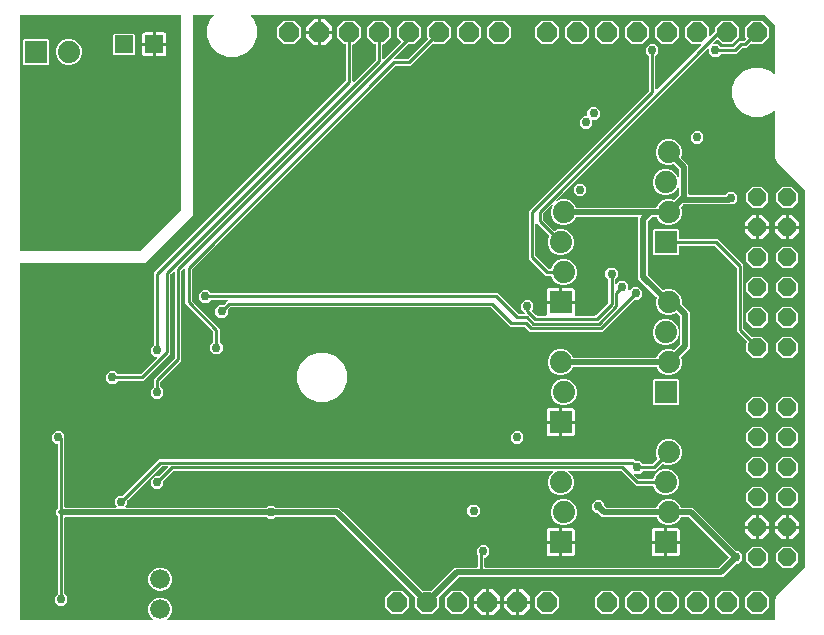
<source format=gbr>
G04 EAGLE Gerber RS-274X export*
G75*
%MOMM*%
%FSLAX34Y34*%
%LPD*%
%INBottom Copper*%
%IPPOS*%
%AMOC8*
5,1,8,0,0,1.08239X$1,22.5*%
G01*
%ADD10P,1.814519X8X22.500000*%
%ADD11R,1.879600X1.879600*%
%ADD12C,1.879600*%
%ADD13P,1.649562X8X292.500000*%
%ADD14P,1.649562X8X112.500000*%
%ADD15R,1.524000X1.524000*%
%ADD16C,1.676400*%
%ADD17C,0.756400*%
%ADD18C,0.254000*%
%ADD19C,0.508000*%

G36*
X123002Y10558D02*
X123002Y10558D01*
X123090Y10567D01*
X123111Y10577D01*
X123135Y10581D01*
X123211Y10627D01*
X123291Y10666D01*
X123308Y10683D01*
X123328Y10696D01*
X123384Y10765D01*
X123445Y10829D01*
X123454Y10851D01*
X123469Y10870D01*
X123498Y10954D01*
X123533Y11036D01*
X123534Y11060D01*
X123541Y11082D01*
X123539Y11171D01*
X123543Y11260D01*
X123535Y11283D01*
X123535Y11307D01*
X123501Y11389D01*
X123474Y11474D01*
X123458Y11495D01*
X123450Y11514D01*
X123416Y11552D01*
X123362Y11624D01*
X121129Y13858D01*
X119620Y17500D01*
X119620Y21441D01*
X121129Y25082D01*
X123915Y27869D01*
X127556Y29377D01*
X131498Y29377D01*
X135139Y27869D01*
X137926Y25082D01*
X139434Y21441D01*
X139434Y17500D01*
X137926Y13858D01*
X135692Y11624D01*
X135641Y11551D01*
X135585Y11482D01*
X135577Y11460D01*
X135563Y11440D01*
X135541Y11354D01*
X135513Y11270D01*
X135513Y11246D01*
X135508Y11223D01*
X135517Y11134D01*
X135519Y11045D01*
X135528Y11023D01*
X135531Y11000D01*
X135570Y10920D01*
X135604Y10838D01*
X135620Y10820D01*
X135630Y10799D01*
X135695Y10738D01*
X135755Y10672D01*
X135776Y10661D01*
X135793Y10645D01*
X135875Y10610D01*
X135955Y10569D01*
X135981Y10566D01*
X136000Y10557D01*
X136050Y10555D01*
X136140Y10542D01*
X649224Y10542D01*
X649289Y10553D01*
X649355Y10555D01*
X649398Y10573D01*
X649445Y10581D01*
X649502Y10615D01*
X649562Y10640D01*
X649597Y10671D01*
X649638Y10696D01*
X649680Y10747D01*
X649728Y10791D01*
X649750Y10833D01*
X649779Y10870D01*
X649800Y10932D01*
X649831Y10991D01*
X649839Y11045D01*
X649851Y11082D01*
X649850Y11122D01*
X649858Y11176D01*
X649858Y27497D01*
X651463Y31371D01*
X654518Y34426D01*
X675072Y54981D01*
X675097Y55016D01*
X675128Y55044D01*
X675160Y55107D01*
X675201Y55165D01*
X675211Y55206D01*
X675231Y55244D01*
X675244Y55333D01*
X675257Y55382D01*
X675254Y55403D01*
X675258Y55429D01*
X675258Y373831D01*
X675251Y373873D01*
X675253Y373915D01*
X675231Y373982D01*
X675219Y374052D01*
X675197Y374088D01*
X675184Y374129D01*
X675130Y374201D01*
X675104Y374245D01*
X675088Y374258D01*
X675072Y374279D01*
X654518Y394834D01*
X651463Y397889D01*
X649858Y401763D01*
X649858Y440891D01*
X649842Y440979D01*
X649833Y441067D01*
X649823Y441089D01*
X649819Y441112D01*
X649773Y441189D01*
X649734Y441268D01*
X649717Y441285D01*
X649704Y441305D01*
X649635Y441361D01*
X649571Y441422D01*
X649549Y441432D01*
X649530Y441447D01*
X649446Y441475D01*
X649364Y441510D01*
X649340Y441511D01*
X649318Y441518D01*
X649229Y441516D01*
X649140Y441520D01*
X649117Y441513D01*
X649093Y441512D01*
X649011Y441478D01*
X648926Y441451D01*
X648905Y441435D01*
X648886Y441428D01*
X648848Y441394D01*
X648776Y441340D01*
X646870Y439435D01*
X639168Y436244D01*
X630832Y436244D01*
X623129Y439435D01*
X617235Y445329D01*
X614044Y453032D01*
X614044Y461368D01*
X617235Y469071D01*
X623129Y474965D01*
X630832Y478156D01*
X639168Y478156D01*
X646870Y474965D01*
X648776Y473060D01*
X648802Y473042D01*
X648804Y473040D01*
X648807Y473038D01*
X648849Y473009D01*
X648918Y472953D01*
X648940Y472946D01*
X648960Y472932D01*
X649046Y472910D01*
X649130Y472882D01*
X649154Y472882D01*
X649177Y472876D01*
X649266Y472886D01*
X649355Y472888D01*
X649377Y472897D01*
X649400Y472900D01*
X649480Y472939D01*
X649562Y472972D01*
X649580Y472988D01*
X649601Y472999D01*
X649662Y473064D01*
X649728Y473124D01*
X649739Y473145D01*
X649755Y473162D01*
X649790Y473244D01*
X649831Y473323D01*
X649834Y473350D01*
X649843Y473369D01*
X649845Y473419D01*
X649848Y473441D01*
X649851Y473451D01*
X649851Y473460D01*
X649858Y473509D01*
X649858Y513813D01*
X649853Y513841D01*
X649856Y513870D01*
X649833Y513951D01*
X649819Y514034D01*
X649804Y514058D01*
X649796Y514086D01*
X649726Y514190D01*
X649704Y514227D01*
X649698Y514232D01*
X649692Y514241D01*
X641981Y522653D01*
X641937Y522687D01*
X641899Y522728D01*
X641848Y522754D01*
X641803Y522789D01*
X641749Y522805D01*
X641699Y522831D01*
X641632Y522841D01*
X641588Y522854D01*
X641556Y522852D01*
X641514Y522858D01*
X206809Y522858D01*
X206721Y522842D01*
X206633Y522833D01*
X206611Y522823D01*
X206588Y522819D01*
X206511Y522773D01*
X206432Y522734D01*
X206415Y522717D01*
X206395Y522704D01*
X206339Y522635D01*
X206278Y522571D01*
X206268Y522549D01*
X206253Y522530D01*
X206225Y522446D01*
X206190Y522364D01*
X206189Y522340D01*
X206182Y522318D01*
X206184Y522229D01*
X206180Y522140D01*
X206187Y522117D01*
X206188Y522093D01*
X206222Y522011D01*
X206249Y521926D01*
X206265Y521905D01*
X206272Y521886D01*
X206306Y521848D01*
X206360Y521776D01*
X208265Y519870D01*
X211456Y512168D01*
X211456Y503832D01*
X208265Y496129D01*
X202371Y490235D01*
X194668Y487044D01*
X186332Y487044D01*
X178629Y490235D01*
X172735Y496129D01*
X169544Y503832D01*
X169544Y512168D01*
X172735Y519870D01*
X174640Y521776D01*
X174691Y521849D01*
X174747Y521918D01*
X174754Y521940D01*
X174768Y521960D01*
X174790Y522046D01*
X174818Y522130D01*
X174818Y522154D01*
X174824Y522177D01*
X174814Y522266D01*
X174812Y522355D01*
X174803Y522377D01*
X174800Y522400D01*
X174761Y522480D01*
X174728Y522562D01*
X174712Y522580D01*
X174701Y522601D01*
X174636Y522662D01*
X174576Y522728D01*
X174555Y522739D01*
X174538Y522755D01*
X174456Y522790D01*
X174377Y522831D01*
X174350Y522834D01*
X174331Y522843D01*
X174281Y522845D01*
X174191Y522858D01*
X158115Y522858D01*
X158050Y522847D01*
X157984Y522845D01*
X157941Y522827D01*
X157894Y522819D01*
X157837Y522785D01*
X157777Y522760D01*
X157742Y522729D01*
X157701Y522704D01*
X157659Y522653D01*
X157611Y522609D01*
X157589Y522567D01*
X157560Y522530D01*
X157539Y522468D01*
X157508Y522409D01*
X157500Y522355D01*
X157488Y522318D01*
X157489Y522278D01*
X157481Y522224D01*
X157481Y353495D01*
X116405Y312419D01*
X11176Y312419D01*
X11111Y312408D01*
X11045Y312406D01*
X11002Y312388D01*
X10955Y312380D01*
X10898Y312346D01*
X10838Y312321D01*
X10803Y312290D01*
X10762Y312265D01*
X10720Y312214D01*
X10672Y312170D01*
X10650Y312128D01*
X10621Y312091D01*
X10600Y312029D01*
X10569Y311970D01*
X10561Y311916D01*
X10549Y311879D01*
X10550Y311839D01*
X10542Y311785D01*
X10542Y11176D01*
X10553Y11111D01*
X10555Y11045D01*
X10573Y11002D01*
X10581Y10955D01*
X10615Y10898D01*
X10640Y10838D01*
X10671Y10803D01*
X10696Y10762D01*
X10747Y10720D01*
X10791Y10672D01*
X10833Y10650D01*
X10870Y10621D01*
X10932Y10600D01*
X10991Y10569D01*
X11045Y10561D01*
X11082Y10549D01*
X11122Y10550D01*
X11176Y10542D01*
X122914Y10542D01*
X123002Y10558D01*
G37*
G36*
X111975Y322588D02*
X111975Y322588D01*
X112017Y322586D01*
X112084Y322608D01*
X112154Y322620D01*
X112190Y322642D01*
X112231Y322655D01*
X112303Y322709D01*
X112347Y322735D01*
X112354Y322744D01*
X112359Y322747D01*
X112366Y322755D01*
X112381Y322767D01*
X147133Y357519D01*
X147158Y357554D01*
X147189Y357582D01*
X147221Y357645D01*
X147262Y357703D01*
X147272Y357744D01*
X147292Y357782D01*
X147305Y357871D01*
X147318Y357920D01*
X147315Y357941D01*
X147319Y357967D01*
X147319Y522224D01*
X147308Y522289D01*
X147306Y522355D01*
X147288Y522398D01*
X147280Y522445D01*
X147246Y522502D01*
X147221Y522562D01*
X147190Y522597D01*
X147165Y522638D01*
X147114Y522680D01*
X147070Y522728D01*
X147028Y522750D01*
X146991Y522779D01*
X146929Y522800D01*
X146870Y522831D01*
X146816Y522839D01*
X146779Y522851D01*
X146739Y522850D01*
X146685Y522858D01*
X11176Y522858D01*
X11111Y522847D01*
X11045Y522845D01*
X11002Y522827D01*
X10955Y522819D01*
X10898Y522785D01*
X10838Y522760D01*
X10803Y522729D01*
X10762Y522704D01*
X10720Y522653D01*
X10672Y522609D01*
X10650Y522567D01*
X10621Y522530D01*
X10600Y522468D01*
X10569Y522409D01*
X10561Y522355D01*
X10549Y522318D01*
X10550Y522278D01*
X10542Y522224D01*
X10542Y323215D01*
X10553Y323150D01*
X10555Y323084D01*
X10573Y323041D01*
X10581Y322994D01*
X10615Y322937D01*
X10640Y322877D01*
X10671Y322842D01*
X10696Y322801D01*
X10747Y322759D01*
X10791Y322711D01*
X10833Y322689D01*
X10870Y322660D01*
X10932Y322639D01*
X10991Y322608D01*
X11045Y322600D01*
X11082Y322588D01*
X11122Y322589D01*
X11176Y322581D01*
X111933Y322581D01*
X111975Y322588D01*
G37*
%LPC*%
G36*
X351496Y15493D02*
X351496Y15493D01*
X345693Y21296D01*
X345693Y29296D01*
X345686Y29337D01*
X345688Y29380D01*
X345666Y29447D01*
X345654Y29516D01*
X345632Y29553D01*
X345619Y29593D01*
X345565Y29666D01*
X345539Y29710D01*
X345523Y29723D01*
X345507Y29744D01*
X277902Y97349D01*
X277867Y97374D01*
X277839Y97405D01*
X277776Y97437D01*
X277718Y97478D01*
X277677Y97488D01*
X277639Y97508D01*
X277549Y97521D01*
X277501Y97534D01*
X277480Y97531D01*
X277454Y97535D01*
X227200Y97535D01*
X227159Y97528D01*
X227116Y97530D01*
X227049Y97508D01*
X226980Y97496D01*
X226943Y97474D01*
X226903Y97461D01*
X226830Y97407D01*
X226786Y97381D01*
X226773Y97365D01*
X226752Y97349D01*
X225696Y96293D01*
X221300Y96293D01*
X220243Y97349D01*
X220208Y97374D01*
X220180Y97405D01*
X220117Y97437D01*
X220059Y97478D01*
X220018Y97488D01*
X219980Y97508D01*
X219891Y97521D01*
X219842Y97534D01*
X219821Y97531D01*
X219795Y97535D01*
X49149Y97535D01*
X49084Y97524D01*
X49018Y97522D01*
X48975Y97504D01*
X48928Y97496D01*
X48871Y97462D01*
X48811Y97437D01*
X48776Y97406D01*
X48735Y97381D01*
X48693Y97330D01*
X48645Y97286D01*
X48623Y97244D01*
X48594Y97207D01*
X48573Y97145D01*
X48542Y97086D01*
X48534Y97032D01*
X48522Y96995D01*
X48523Y96955D01*
X48515Y96901D01*
X48515Y32913D01*
X48522Y32871D01*
X48520Y32829D01*
X48542Y32762D01*
X48554Y32692D01*
X48576Y32655D01*
X48589Y32615D01*
X48643Y32542D01*
X48669Y32499D01*
X48685Y32486D01*
X48701Y32464D01*
X51027Y30138D01*
X51027Y25742D01*
X47918Y22633D01*
X43522Y22633D01*
X40413Y25742D01*
X40413Y30138D01*
X42739Y32464D01*
X42764Y32499D01*
X42795Y32528D01*
X42827Y32591D01*
X42868Y32649D01*
X42878Y32690D01*
X42898Y32727D01*
X42911Y32817D01*
X42924Y32866D01*
X42921Y32887D01*
X42925Y32913D01*
X42925Y98384D01*
X42918Y98425D01*
X42920Y98468D01*
X42898Y98535D01*
X42886Y98604D01*
X42864Y98641D01*
X42851Y98681D01*
X42797Y98754D01*
X42771Y98798D01*
X42755Y98811D01*
X42739Y98832D01*
X41655Y99916D01*
X41655Y103284D01*
X42739Y104368D01*
X42764Y104403D01*
X42795Y104431D01*
X42827Y104494D01*
X42868Y104552D01*
X42878Y104593D01*
X42898Y104631D01*
X42911Y104721D01*
X42924Y104769D01*
X42921Y104790D01*
X42925Y104816D01*
X42925Y159159D01*
X42914Y159224D01*
X42912Y159290D01*
X42894Y159333D01*
X42886Y159380D01*
X42852Y159437D01*
X42827Y159497D01*
X42796Y159532D01*
X42771Y159573D01*
X42720Y159615D01*
X42676Y159663D01*
X42634Y159685D01*
X42597Y159714D01*
X42535Y159735D01*
X42476Y159766D01*
X42422Y159774D01*
X42385Y159786D01*
X42345Y159785D01*
X42291Y159793D01*
X40982Y159793D01*
X37873Y162902D01*
X37873Y167298D01*
X40982Y170407D01*
X45378Y170407D01*
X48487Y167298D01*
X48487Y165278D01*
X48494Y165236D01*
X48492Y165194D01*
X48500Y165169D01*
X48500Y165168D01*
X48502Y165165D01*
X48514Y165127D01*
X48515Y165122D01*
X48515Y106299D01*
X48526Y106234D01*
X48528Y106168D01*
X48546Y106125D01*
X48554Y106078D01*
X48588Y106021D01*
X48613Y105961D01*
X48644Y105926D01*
X48669Y105885D01*
X48720Y105843D01*
X48764Y105795D01*
X48806Y105773D01*
X48843Y105744D01*
X48905Y105723D01*
X48964Y105692D01*
X49018Y105684D01*
X49055Y105672D01*
X49095Y105673D01*
X49149Y105665D01*
X92309Y105665D01*
X92397Y105681D01*
X92485Y105690D01*
X92507Y105700D01*
X92530Y105704D01*
X92607Y105750D01*
X92686Y105789D01*
X92703Y105806D01*
X92723Y105819D01*
X92779Y105888D01*
X92840Y105952D01*
X92850Y105974D01*
X92865Y105993D01*
X92893Y106077D01*
X92928Y106159D01*
X92929Y106183D01*
X92936Y106205D01*
X92934Y106294D01*
X92938Y106383D01*
X92931Y106406D01*
X92930Y106430D01*
X92896Y106512D01*
X92869Y106597D01*
X92853Y106618D01*
X92846Y106637D01*
X92812Y106675D01*
X92758Y106747D01*
X91213Y108292D01*
X91213Y112688D01*
X94322Y115797D01*
X97612Y115797D01*
X97653Y115804D01*
X97696Y115802D01*
X97763Y115824D01*
X97833Y115836D01*
X97869Y115858D01*
X97909Y115871D01*
X97982Y115925D01*
X98026Y115951D01*
X98039Y115967D01*
X98060Y115983D01*
X128636Y146559D01*
X530494Y146559D01*
X531860Y145193D01*
X531895Y145168D01*
X531923Y145137D01*
X531986Y145105D01*
X532044Y145064D01*
X532085Y145054D01*
X532123Y145034D01*
X532213Y145021D01*
X532261Y145008D01*
X532282Y145011D01*
X532308Y145007D01*
X535598Y145007D01*
X537924Y142681D01*
X537959Y142656D01*
X537988Y142625D01*
X538051Y142593D01*
X538109Y142552D01*
X538150Y142542D01*
X538187Y142522D01*
X538277Y142509D01*
X538326Y142496D01*
X538347Y142499D01*
X538373Y142495D01*
X545950Y142495D01*
X545991Y142502D01*
X546034Y142500D01*
X546101Y142522D01*
X546171Y142534D01*
X546207Y142556D01*
X546247Y142569D01*
X546320Y142623D01*
X546364Y142649D01*
X546377Y142665D01*
X546398Y142681D01*
X550253Y146535D01*
X550284Y146580D01*
X550322Y146618D01*
X550347Y146671D01*
X550381Y146719D01*
X550394Y146772D01*
X550417Y146821D01*
X550422Y146880D01*
X550437Y146937D01*
X550431Y146991D01*
X550436Y147044D01*
X550418Y147114D01*
X550414Y147160D01*
X550400Y147187D01*
X550390Y147226D01*
X549147Y150227D01*
X549147Y154573D01*
X550810Y158587D01*
X553883Y161660D01*
X557897Y163323D01*
X562243Y163323D01*
X566257Y161660D01*
X569330Y158587D01*
X570993Y154573D01*
X570993Y150227D01*
X569330Y146213D01*
X566257Y143140D01*
X562243Y141477D01*
X557897Y141477D01*
X554896Y142720D01*
X554843Y142732D01*
X554794Y142753D01*
X554735Y142756D01*
X554677Y142768D01*
X554624Y142761D01*
X554569Y142763D01*
X554513Y142745D01*
X554455Y142737D01*
X554407Y142711D01*
X554356Y142694D01*
X554299Y142652D01*
X554258Y142630D01*
X554237Y142607D01*
X554205Y142583D01*
X548528Y136905D01*
X538373Y136905D01*
X538331Y136898D01*
X538289Y136900D01*
X538222Y136878D01*
X538152Y136866D01*
X538115Y136844D01*
X538075Y136831D01*
X538002Y136777D01*
X537959Y136751D01*
X537946Y136735D01*
X537924Y136719D01*
X535598Y134393D01*
X531490Y134393D01*
X531403Y134377D01*
X531314Y134368D01*
X531293Y134358D01*
X531269Y134354D01*
X531193Y134308D01*
X531113Y134269D01*
X531097Y134252D01*
X531076Y134239D01*
X531020Y134170D01*
X530959Y134106D01*
X530950Y134084D01*
X530935Y134065D01*
X530906Y133981D01*
X530872Y133899D01*
X530871Y133875D01*
X530863Y133853D01*
X530866Y133764D01*
X530862Y133675D01*
X530869Y133652D01*
X530870Y133628D01*
X530903Y133546D01*
X530930Y133461D01*
X530946Y133440D01*
X530954Y133421D01*
X530988Y133383D01*
X531042Y133311D01*
X534372Y129981D01*
X534407Y129956D01*
X534435Y129925D01*
X534498Y129893D01*
X534556Y129852D01*
X534597Y129842D01*
X534635Y129822D01*
X534725Y129809D01*
X534773Y129796D01*
X534794Y129799D01*
X534820Y129795D01*
X546441Y129795D01*
X546494Y129804D01*
X546549Y129804D01*
X546604Y129824D01*
X546662Y129834D01*
X546709Y129862D01*
X546760Y129880D01*
X546804Y129919D01*
X546855Y129949D01*
X546889Y129991D01*
X546931Y130026D01*
X546967Y130087D01*
X546997Y130123D01*
X547006Y130152D01*
X547027Y130186D01*
X548270Y133187D01*
X551343Y136260D01*
X555357Y137923D01*
X559703Y137923D01*
X563717Y136260D01*
X566790Y133187D01*
X568453Y129173D01*
X568453Y124827D01*
X566790Y120813D01*
X563717Y117740D01*
X559703Y116077D01*
X555357Y116077D01*
X551343Y117740D01*
X548270Y120813D01*
X547027Y123814D01*
X546998Y123859D01*
X546978Y123909D01*
X546938Y123953D01*
X546906Y124003D01*
X546863Y124035D01*
X546826Y124075D01*
X546774Y124102D01*
X546727Y124137D01*
X546675Y124153D01*
X546627Y124178D01*
X546556Y124188D01*
X546512Y124201D01*
X546481Y124199D01*
X546441Y124205D01*
X532242Y124205D01*
X530420Y126028D01*
X530419Y126028D01*
X519728Y136719D01*
X519693Y136744D01*
X519665Y136775D01*
X519602Y136807D01*
X519544Y136848D01*
X519503Y136858D01*
X519465Y136878D01*
X519375Y136891D01*
X519327Y136904D01*
X519306Y136901D01*
X519280Y136905D01*
X475703Y136905D01*
X475615Y136889D01*
X475527Y136880D01*
X475506Y136870D01*
X475482Y136866D01*
X475406Y136820D01*
X475326Y136781D01*
X475309Y136764D01*
X475289Y136751D01*
X475233Y136682D01*
X475172Y136618D01*
X475163Y136596D01*
X475148Y136577D01*
X475119Y136493D01*
X475084Y136411D01*
X475083Y136387D01*
X475076Y136365D01*
X475078Y136276D01*
X475074Y136187D01*
X475082Y136164D01*
X475082Y136140D01*
X475116Y136058D01*
X475143Y135973D01*
X475159Y135952D01*
X475167Y135933D01*
X475201Y135895D01*
X475255Y135823D01*
X477890Y133187D01*
X479553Y129173D01*
X479553Y124827D01*
X477890Y120813D01*
X474817Y117740D01*
X470803Y116077D01*
X466457Y116077D01*
X462443Y117740D01*
X459370Y120813D01*
X457707Y124827D01*
X457707Y129173D01*
X459370Y133187D01*
X462005Y135823D01*
X462056Y135896D01*
X462112Y135965D01*
X462120Y135987D01*
X462134Y136007D01*
X462156Y136093D01*
X462184Y136177D01*
X462184Y136201D01*
X462189Y136224D01*
X462180Y136313D01*
X462178Y136402D01*
X462169Y136424D01*
X462166Y136447D01*
X462127Y136527D01*
X462093Y136609D01*
X462077Y136627D01*
X462067Y136648D01*
X462002Y136709D01*
X461942Y136775D01*
X461921Y136786D01*
X461904Y136802D01*
X461822Y136837D01*
X461742Y136878D01*
X461716Y136881D01*
X461697Y136890D01*
X461647Y136892D01*
X461557Y136905D01*
X141120Y136905D01*
X141079Y136898D01*
X141036Y136900D01*
X140969Y136878D01*
X140899Y136866D01*
X140863Y136844D01*
X140823Y136831D01*
X140750Y136777D01*
X140706Y136751D01*
X140693Y136735D01*
X140672Y136719D01*
X132493Y128540D01*
X132468Y128505D01*
X132437Y128477D01*
X132405Y128414D01*
X132364Y128356D01*
X132354Y128315D01*
X132334Y128277D01*
X132321Y128187D01*
X132308Y128139D01*
X132311Y128118D01*
X132307Y128092D01*
X132307Y124802D01*
X129198Y121693D01*
X124802Y121693D01*
X121693Y124802D01*
X121693Y129198D01*
X124802Y132307D01*
X128092Y132307D01*
X128133Y132314D01*
X128176Y132312D01*
X128243Y132334D01*
X128313Y132346D01*
X128349Y132368D01*
X128389Y132381D01*
X128462Y132435D01*
X128506Y132461D01*
X128513Y132469D01*
X128517Y132472D01*
X128524Y132481D01*
X128540Y132493D01*
X135934Y139887D01*
X135985Y139960D01*
X136041Y140029D01*
X136049Y140051D01*
X136062Y140071D01*
X136084Y140157D01*
X136113Y140241D01*
X136112Y140265D01*
X136118Y140288D01*
X136109Y140377D01*
X136106Y140466D01*
X136097Y140488D01*
X136095Y140511D01*
X136056Y140591D01*
X136022Y140673D01*
X136006Y140691D01*
X135996Y140712D01*
X135931Y140773D01*
X135871Y140839D01*
X135850Y140850D01*
X135832Y140866D01*
X135750Y140901D01*
X135671Y140942D01*
X135645Y140945D01*
X135626Y140954D01*
X135575Y140956D01*
X135486Y140969D01*
X131214Y140969D01*
X131173Y140962D01*
X131130Y140964D01*
X131063Y140942D01*
X130993Y140930D01*
X130957Y140908D01*
X130917Y140895D01*
X130844Y140841D01*
X130800Y140815D01*
X130787Y140799D01*
X130766Y140783D01*
X102013Y112030D01*
X101988Y111995D01*
X101957Y111967D01*
X101925Y111904D01*
X101884Y111846D01*
X101874Y111805D01*
X101854Y111767D01*
X101841Y111677D01*
X101828Y111629D01*
X101831Y111608D01*
X101827Y111582D01*
X101827Y108292D01*
X100282Y106747D01*
X100231Y106674D01*
X100175Y106605D01*
X100168Y106583D01*
X100154Y106563D01*
X100132Y106477D01*
X100104Y106393D01*
X100104Y106369D01*
X100098Y106346D01*
X100108Y106257D01*
X100110Y106168D01*
X100119Y106146D01*
X100122Y106123D01*
X100161Y106043D01*
X100194Y105961D01*
X100210Y105943D01*
X100221Y105922D01*
X100286Y105861D01*
X100346Y105795D01*
X100367Y105784D01*
X100384Y105768D01*
X100466Y105733D01*
X100545Y105692D01*
X100572Y105689D01*
X100591Y105680D01*
X100641Y105678D01*
X100731Y105665D01*
X219795Y105665D01*
X219837Y105672D01*
X219879Y105670D01*
X219946Y105692D01*
X220016Y105704D01*
X220052Y105726D01*
X220093Y105739D01*
X220165Y105793D01*
X220209Y105819D01*
X220218Y105830D01*
X220223Y105833D01*
X220229Y105840D01*
X220243Y105851D01*
X221300Y106907D01*
X225696Y106907D01*
X226752Y105851D01*
X226784Y105829D01*
X226801Y105809D01*
X226803Y105808D01*
X226816Y105795D01*
X226878Y105763D01*
X226936Y105722D01*
X226977Y105712D01*
X227015Y105692D01*
X227105Y105679D01*
X227153Y105666D01*
X227174Y105669D01*
X227200Y105665D01*
X281084Y105665D01*
X283651Y103098D01*
X351256Y35493D01*
X351291Y35468D01*
X351319Y35437D01*
X351382Y35405D01*
X351440Y35364D01*
X351481Y35354D01*
X351519Y35334D01*
X351609Y35321D01*
X351657Y35308D01*
X351678Y35311D01*
X351704Y35307D01*
X359496Y35307D01*
X359537Y35314D01*
X359580Y35312D01*
X359647Y35334D01*
X359716Y35346D01*
X359753Y35368D01*
X359793Y35381D01*
X359866Y35435D01*
X359910Y35461D01*
X359923Y35477D01*
X359944Y35493D01*
X379316Y54865D01*
X397851Y54865D01*
X397916Y54876D01*
X397981Y54878D01*
X398025Y54896D01*
X398072Y54904D01*
X398128Y54938D01*
X398189Y54963D01*
X398224Y54994D01*
X398265Y55019D01*
X398306Y55070D01*
X398355Y55114D01*
X398377Y55156D01*
X398406Y55193D01*
X398427Y55255D01*
X398457Y55314D01*
X398466Y55368D01*
X398478Y55405D01*
X398477Y55445D01*
X398485Y55499D01*
X398485Y65293D01*
X398478Y65335D01*
X398480Y65377D01*
X398458Y65444D01*
X398445Y65514D01*
X398424Y65550D01*
X398411Y65591D01*
X398357Y65663D01*
X398331Y65707D01*
X398315Y65720D01*
X398299Y65741D01*
X397667Y66374D01*
X397667Y70771D01*
X400775Y73879D01*
X405171Y73879D01*
X408280Y70771D01*
X408280Y66374D01*
X405171Y63266D01*
X404709Y63266D01*
X404644Y63254D01*
X404578Y63252D01*
X404535Y63234D01*
X404488Y63226D01*
X404431Y63192D01*
X404370Y63168D01*
X404336Y63136D01*
X404295Y63112D01*
X404253Y63061D01*
X404205Y63016D01*
X404183Y62974D01*
X404153Y62938D01*
X404132Y62875D01*
X404102Y62817D01*
X404094Y62762D01*
X404082Y62725D01*
X404083Y62686D01*
X404075Y62631D01*
X404075Y55499D01*
X404086Y55434D01*
X404088Y55368D01*
X404106Y55325D01*
X404114Y55278D01*
X404148Y55221D01*
X404172Y55161D01*
X404204Y55126D01*
X404228Y55085D01*
X404279Y55043D01*
X404324Y54995D01*
X404366Y54973D01*
X404403Y54944D01*
X404465Y54923D01*
X404523Y54892D01*
X404578Y54884D01*
X404615Y54872D01*
X404654Y54873D01*
X404709Y54865D01*
X602574Y54865D01*
X602615Y54872D01*
X602658Y54870D01*
X602725Y54892D01*
X602794Y54904D01*
X602831Y54926D01*
X602871Y54939D01*
X602944Y54993D01*
X602988Y55019D01*
X603001Y55035D01*
X603022Y55051D01*
X611023Y63052D01*
X611061Y63106D01*
X611106Y63153D01*
X611124Y63197D01*
X611151Y63236D01*
X611168Y63299D01*
X611193Y63360D01*
X611195Y63407D01*
X611207Y63453D01*
X611200Y63518D01*
X611203Y63584D01*
X611189Y63629D01*
X611184Y63676D01*
X611155Y63735D01*
X611135Y63798D01*
X611102Y63842D01*
X611084Y63877D01*
X611056Y63904D01*
X611023Y63948D01*
X577622Y97349D01*
X577587Y97374D01*
X577559Y97405D01*
X577496Y97437D01*
X577438Y97478D01*
X577397Y97488D01*
X577359Y97508D01*
X577269Y97521D01*
X577221Y97534D01*
X577200Y97531D01*
X577174Y97535D01*
X570633Y97535D01*
X570580Y97526D01*
X570525Y97526D01*
X570470Y97506D01*
X570412Y97496D01*
X570365Y97468D01*
X570314Y97450D01*
X570269Y97411D01*
X570219Y97381D01*
X570185Y97339D01*
X570143Y97304D01*
X570107Y97243D01*
X570077Y97207D01*
X570068Y97178D01*
X570047Y97144D01*
X569330Y95413D01*
X566257Y92340D01*
X562243Y90677D01*
X557897Y90677D01*
X553883Y92340D01*
X550810Y95413D01*
X550093Y97144D01*
X550064Y97189D01*
X550044Y97239D01*
X550004Y97283D01*
X549972Y97333D01*
X549929Y97365D01*
X549892Y97405D01*
X549840Y97432D01*
X549793Y97467D01*
X549741Y97483D01*
X549693Y97508D01*
X549622Y97518D01*
X549578Y97531D01*
X549547Y97529D01*
X549507Y97535D01*
X503776Y97535D01*
X501210Y100102D01*
X500124Y101187D01*
X500089Y101212D01*
X500061Y101243D01*
X499998Y101275D01*
X499940Y101316D01*
X499899Y101326D01*
X499861Y101346D01*
X499771Y101359D01*
X499723Y101372D01*
X499702Y101369D01*
X499676Y101373D01*
X498182Y101373D01*
X495073Y104482D01*
X495073Y108878D01*
X498182Y111987D01*
X502578Y111987D01*
X505687Y108878D01*
X505687Y107384D01*
X505694Y107343D01*
X505692Y107300D01*
X505714Y107233D01*
X505726Y107164D01*
X505748Y107127D01*
X505761Y107087D01*
X505815Y107014D01*
X505841Y106970D01*
X505857Y106957D01*
X505873Y106936D01*
X506958Y105850D01*
X506989Y105829D01*
X507007Y105809D01*
X507009Y105808D01*
X507021Y105795D01*
X507084Y105763D01*
X507142Y105722D01*
X507183Y105712D01*
X507221Y105692D01*
X507311Y105679D01*
X507359Y105666D01*
X507380Y105669D01*
X507406Y105665D01*
X549507Y105665D01*
X549560Y105674D01*
X549615Y105674D01*
X549670Y105694D01*
X549728Y105704D01*
X549775Y105732D01*
X549826Y105750D01*
X549871Y105789D01*
X549921Y105819D01*
X549955Y105861D01*
X549997Y105896D01*
X550033Y105957D01*
X550063Y105993D01*
X550067Y106005D01*
X550069Y106007D01*
X550075Y106026D01*
X550093Y106056D01*
X550810Y107787D01*
X553883Y110860D01*
X557897Y112523D01*
X562243Y112523D01*
X566257Y110860D01*
X569330Y107787D01*
X570047Y106056D01*
X570076Y106011D01*
X570090Y105975D01*
X570091Y105975D01*
X570096Y105961D01*
X570136Y105917D01*
X570168Y105867D01*
X570211Y105835D01*
X570248Y105795D01*
X570300Y105768D01*
X570347Y105733D01*
X570399Y105717D01*
X570447Y105692D01*
X570518Y105682D01*
X570562Y105669D01*
X570593Y105671D01*
X570633Y105665D01*
X580804Y105665D01*
X583371Y103098D01*
X617476Y68993D01*
X617511Y68968D01*
X617539Y68937D01*
X617602Y68905D01*
X617660Y68864D01*
X617701Y68854D01*
X617739Y68834D01*
X617829Y68821D01*
X617877Y68808D01*
X617898Y68811D01*
X617924Y68807D01*
X619418Y68807D01*
X622527Y65698D01*
X622527Y61302D01*
X619418Y58193D01*
X617924Y58193D01*
X617883Y58186D01*
X617840Y58188D01*
X617773Y58166D01*
X617704Y58154D01*
X617667Y58132D01*
X617627Y58119D01*
X617554Y58065D01*
X617510Y58039D01*
X617497Y58023D01*
X617476Y58007D01*
X606204Y46735D01*
X382946Y46735D01*
X382905Y46728D01*
X382862Y46730D01*
X382795Y46708D01*
X382726Y46696D01*
X382689Y46674D01*
X382649Y46661D01*
X382576Y46607D01*
X382532Y46581D01*
X382519Y46565D01*
X382498Y46549D01*
X365693Y29744D01*
X365668Y29709D01*
X365637Y29681D01*
X365605Y29618D01*
X365564Y29560D01*
X365554Y29519D01*
X365534Y29481D01*
X365521Y29391D01*
X365508Y29343D01*
X365511Y29322D01*
X365507Y29296D01*
X365507Y21296D01*
X359704Y15493D01*
X351496Y15493D01*
G37*
%LPD*%
%LPC*%
G36*
X466457Y217677D02*
X466457Y217677D01*
X462443Y219340D01*
X459370Y222413D01*
X457707Y226427D01*
X457707Y230773D01*
X459370Y234787D01*
X462443Y237860D01*
X466457Y239523D01*
X470803Y239523D01*
X474817Y237860D01*
X477890Y234787D01*
X478607Y233056D01*
X478636Y233011D01*
X478656Y232961D01*
X478696Y232917D01*
X478728Y232867D01*
X478771Y232835D01*
X478808Y232795D01*
X478860Y232768D01*
X478907Y232733D01*
X478959Y232717D01*
X479007Y232692D01*
X479078Y232682D01*
X479122Y232669D01*
X479153Y232671D01*
X479193Y232665D01*
X549507Y232665D01*
X549560Y232674D01*
X549615Y232674D01*
X549670Y232694D01*
X549728Y232704D01*
X549775Y232732D01*
X549826Y232750D01*
X549871Y232789D01*
X549921Y232819D01*
X549955Y232861D01*
X549997Y232896D01*
X550033Y232957D01*
X550063Y232993D01*
X550072Y233022D01*
X550093Y233056D01*
X550810Y234787D01*
X553883Y237860D01*
X557897Y239523D01*
X562243Y239523D01*
X563974Y238806D01*
X564027Y238794D01*
X564076Y238773D01*
X564135Y238770D01*
X564193Y238758D01*
X564247Y238765D01*
X564301Y238763D01*
X564357Y238781D01*
X564415Y238789D01*
X564463Y238815D01*
X564514Y238832D01*
X564571Y238874D01*
X564612Y238896D01*
X564633Y238919D01*
X564665Y238943D01*
X569789Y244068D01*
X569814Y244103D01*
X569845Y244131D01*
X569877Y244194D01*
X569918Y244252D01*
X569928Y244293D01*
X569948Y244331D01*
X569961Y244421D01*
X569974Y244469D01*
X569971Y244490D01*
X569975Y244516D01*
X569975Y267294D01*
X569968Y267335D01*
X569970Y267378D01*
X569948Y267445D01*
X569936Y267514D01*
X569914Y267551D01*
X569901Y267591D01*
X569847Y267664D01*
X569821Y267708D01*
X569805Y267721D01*
X569790Y267742D01*
X567273Y270259D01*
X567219Y270296D01*
X567171Y270341D01*
X567127Y270360D01*
X567089Y270387D01*
X567025Y270403D01*
X566964Y270429D01*
X566917Y270431D01*
X566871Y270443D01*
X566806Y270436D01*
X566740Y270439D01*
X566695Y270424D01*
X566648Y270420D01*
X566589Y270390D01*
X566527Y270370D01*
X566482Y270338D01*
X566447Y270320D01*
X566420Y270291D01*
X566376Y270259D01*
X566257Y270140D01*
X562243Y268477D01*
X557897Y268477D01*
X553883Y270140D01*
X550810Y273213D01*
X549147Y277227D01*
X549147Y281573D01*
X549864Y283304D01*
X549876Y283357D01*
X549897Y283406D01*
X549900Y283465D01*
X549912Y283523D01*
X549905Y283576D01*
X549907Y283631D01*
X549889Y283687D01*
X549881Y283745D01*
X549855Y283793D01*
X549838Y283844D01*
X549796Y283901D01*
X549774Y283942D01*
X549751Y283963D01*
X549727Y283995D01*
X536928Y296793D01*
X534361Y299360D01*
X534361Y350901D01*
X534350Y350966D01*
X534348Y351032D01*
X534330Y351075D01*
X534322Y351122D01*
X534288Y351179D01*
X534264Y351239D01*
X534232Y351274D01*
X534208Y351315D01*
X534157Y351357D01*
X534112Y351405D01*
X534070Y351427D01*
X534033Y351456D01*
X533971Y351477D01*
X533913Y351508D01*
X533858Y351516D01*
X533821Y351528D01*
X533782Y351527D01*
X533727Y351535D01*
X481733Y351535D01*
X481680Y351526D01*
X481625Y351526D01*
X481570Y351506D01*
X481512Y351496D01*
X481465Y351468D01*
X481414Y351450D01*
X481369Y351411D01*
X481319Y351381D01*
X481285Y351339D01*
X481243Y351304D01*
X481207Y351243D01*
X481177Y351207D01*
X481168Y351178D01*
X481147Y351144D01*
X480430Y349413D01*
X477357Y346340D01*
X473343Y344677D01*
X468997Y344677D01*
X464983Y346340D01*
X461910Y349413D01*
X460247Y353427D01*
X460247Y357773D01*
X461767Y361442D01*
X461788Y361540D01*
X461814Y361637D01*
X461812Y361649D01*
X461815Y361661D01*
X461801Y361761D01*
X461790Y361861D01*
X461785Y361871D01*
X461783Y361883D01*
X461735Y361972D01*
X461691Y362062D01*
X461682Y362070D01*
X461677Y362080D01*
X461601Y362147D01*
X461528Y362216D01*
X461517Y362220D01*
X461508Y362228D01*
X461414Y362264D01*
X461321Y362303D01*
X461309Y362304D01*
X461298Y362308D01*
X461197Y362309D01*
X461097Y362313D01*
X461086Y362309D01*
X461074Y362309D01*
X460979Y362275D01*
X460883Y362244D01*
X460873Y362237D01*
X460863Y362233D01*
X460828Y362203D01*
X460733Y362133D01*
X453831Y355231D01*
X453806Y355196D01*
X453775Y355167D01*
X453743Y355104D01*
X453702Y355047D01*
X453692Y355005D01*
X453672Y354968D01*
X453659Y354878D01*
X453646Y354829D01*
X453649Y354809D01*
X453645Y354782D01*
X453645Y349400D01*
X453652Y349359D01*
X453650Y349316D01*
X453672Y349249D01*
X453684Y349179D01*
X453706Y349143D01*
X453719Y349103D01*
X453773Y349030D01*
X453799Y348986D01*
X453815Y348973D01*
X453831Y348952D01*
X462765Y340017D01*
X462810Y339986D01*
X462848Y339948D01*
X462901Y339923D01*
X462949Y339889D01*
X463002Y339876D01*
X463051Y339853D01*
X463110Y339848D01*
X463167Y339833D01*
X463221Y339839D01*
X463274Y339834D01*
X463344Y339852D01*
X463390Y339856D01*
X463417Y339870D01*
X463456Y339880D01*
X466457Y341123D01*
X470803Y341123D01*
X474817Y339460D01*
X477890Y336387D01*
X479553Y332373D01*
X479553Y328027D01*
X477890Y324013D01*
X474817Y320940D01*
X470803Y319277D01*
X466457Y319277D01*
X462443Y320940D01*
X459370Y324013D01*
X457707Y328027D01*
X457707Y332373D01*
X458950Y335374D01*
X458962Y335427D01*
X458983Y335476D01*
X458986Y335535D01*
X458998Y335593D01*
X458991Y335646D01*
X458993Y335701D01*
X458975Y335757D01*
X458967Y335815D01*
X458941Y335863D01*
X458924Y335914D01*
X458882Y335971D01*
X458860Y336012D01*
X458837Y336033D01*
X458813Y336065D01*
X449878Y344999D01*
X448377Y346500D01*
X448304Y346551D01*
X448235Y346607D01*
X448213Y346615D01*
X448193Y346628D01*
X448107Y346650D01*
X448023Y346679D01*
X447999Y346678D01*
X447976Y346684D01*
X447887Y346675D01*
X447798Y346672D01*
X447776Y346663D01*
X447753Y346661D01*
X447673Y346622D01*
X447591Y346588D01*
X447573Y346572D01*
X447552Y346562D01*
X447491Y346497D01*
X447425Y346437D01*
X447414Y346416D01*
X447398Y346398D01*
X447363Y346316D01*
X447322Y346237D01*
X447319Y346211D01*
X447310Y346192D01*
X447308Y346141D01*
X447295Y346052D01*
X447295Y318920D01*
X447302Y318879D01*
X447300Y318836D01*
X447322Y318769D01*
X447334Y318699D01*
X447356Y318663D01*
X447369Y318623D01*
X447423Y318550D01*
X447449Y318506D01*
X447465Y318493D01*
X447481Y318472D01*
X458172Y307781D01*
X458207Y307756D01*
X458235Y307725D01*
X458298Y307693D01*
X458356Y307652D01*
X458397Y307642D01*
X458435Y307622D01*
X458525Y307609D01*
X458573Y307596D01*
X458594Y307599D01*
X458620Y307595D01*
X460081Y307595D01*
X460134Y307604D01*
X460189Y307604D01*
X460244Y307624D01*
X460302Y307634D01*
X460349Y307662D01*
X460400Y307680D01*
X460444Y307719D01*
X460495Y307749D01*
X460529Y307791D01*
X460571Y307826D01*
X460607Y307887D01*
X460637Y307923D01*
X460646Y307952D01*
X460667Y307986D01*
X461910Y310987D01*
X464983Y314060D01*
X468997Y315723D01*
X473343Y315723D01*
X477357Y314060D01*
X480430Y310987D01*
X482093Y306973D01*
X482093Y302627D01*
X480430Y298613D01*
X477357Y295540D01*
X473343Y293877D01*
X468997Y293877D01*
X464983Y295540D01*
X461910Y298613D01*
X460667Y301614D01*
X460638Y301659D01*
X460618Y301709D01*
X460578Y301753D01*
X460546Y301803D01*
X460503Y301835D01*
X460466Y301875D01*
X460414Y301902D01*
X460367Y301937D01*
X460315Y301953D01*
X460267Y301978D01*
X460196Y301988D01*
X460152Y302001D01*
X460121Y301999D01*
X460081Y302005D01*
X456042Y302005D01*
X441705Y316342D01*
X441705Y356758D01*
X543119Y458172D01*
X543144Y458207D01*
X543175Y458235D01*
X543207Y458298D01*
X543248Y458356D01*
X543258Y458397D01*
X543278Y458435D01*
X543291Y458525D01*
X543304Y458573D01*
X543301Y458594D01*
X543305Y458620D01*
X543305Y487787D01*
X543298Y487829D01*
X543300Y487871D01*
X543278Y487938D01*
X543266Y488008D01*
X543244Y488045D01*
X543231Y488085D01*
X543177Y488158D01*
X543151Y488201D01*
X543135Y488214D01*
X543119Y488236D01*
X540793Y490562D01*
X540793Y494958D01*
X543902Y498067D01*
X548298Y498067D01*
X551407Y494958D01*
X551407Y490562D01*
X549081Y488236D01*
X549056Y488201D01*
X549025Y488172D01*
X548993Y488109D01*
X548952Y488051D01*
X548942Y488010D01*
X548922Y487973D01*
X548909Y487883D01*
X548896Y487834D01*
X548899Y487813D01*
X548895Y487787D01*
X548895Y459731D01*
X548911Y459643D01*
X548920Y459555D01*
X548930Y459533D01*
X548934Y459510D01*
X548980Y459433D01*
X549019Y459354D01*
X549036Y459337D01*
X549049Y459317D01*
X549118Y459261D01*
X549182Y459200D01*
X549204Y459190D01*
X549223Y459175D01*
X549307Y459147D01*
X549389Y459112D01*
X549413Y459111D01*
X549435Y459104D01*
X549524Y459106D01*
X549613Y459102D01*
X549636Y459110D01*
X549660Y459110D01*
X549742Y459144D01*
X549827Y459171D01*
X549848Y459187D01*
X549867Y459195D01*
X549905Y459229D01*
X549977Y459282D01*
X587706Y497011D01*
X587756Y497084D01*
X587813Y497153D01*
X587820Y497175D01*
X587834Y497195D01*
X587856Y497281D01*
X587884Y497365D01*
X587884Y497389D01*
X587890Y497412D01*
X587880Y497501D01*
X587878Y497590D01*
X587869Y497612D01*
X587866Y497635D01*
X587827Y497715D01*
X587793Y497797D01*
X587777Y497815D01*
X587767Y497836D01*
X587702Y497897D01*
X587642Y497963D01*
X587621Y497974D01*
X587604Y497990D01*
X587522Y498025D01*
X587442Y498066D01*
X587416Y498069D01*
X587397Y498078D01*
X587347Y498080D01*
X587257Y498093D01*
X580096Y498093D01*
X574293Y503896D01*
X574293Y512104D01*
X580096Y517907D01*
X588304Y517907D01*
X594107Y512104D01*
X594107Y504943D01*
X594123Y504855D01*
X594132Y504767D01*
X594142Y504745D01*
X594146Y504722D01*
X594192Y504645D01*
X594231Y504566D01*
X594248Y504549D01*
X594261Y504529D01*
X594330Y504473D01*
X594394Y504412D01*
X594416Y504402D01*
X594435Y504387D01*
X594519Y504359D01*
X594601Y504324D01*
X594625Y504323D01*
X594647Y504316D01*
X594736Y504318D01*
X594825Y504314D01*
X594848Y504322D01*
X594872Y504322D01*
X594954Y504356D01*
X595039Y504383D01*
X595060Y504399D01*
X595079Y504407D01*
X595117Y504441D01*
X595189Y504494D01*
X599507Y508812D01*
X599532Y508847D01*
X599563Y508876D01*
X599595Y508939D01*
X599636Y508997D01*
X599646Y509038D01*
X599666Y509076D01*
X599679Y509165D01*
X599692Y509214D01*
X599689Y509235D01*
X599693Y509261D01*
X599693Y512104D01*
X605496Y517907D01*
X613704Y517907D01*
X619507Y512104D01*
X619507Y503896D01*
X613704Y498093D01*
X605496Y498093D01*
X601543Y502047D01*
X601489Y502084D01*
X601441Y502129D01*
X601398Y502148D01*
X601359Y502175D01*
X601295Y502191D01*
X601235Y502217D01*
X601187Y502219D01*
X601142Y502231D01*
X601076Y502224D01*
X601011Y502227D01*
X600966Y502212D01*
X600919Y502207D01*
X600860Y502178D01*
X600797Y502158D01*
X600753Y502125D01*
X600717Y502108D01*
X600690Y502079D01*
X600646Y502047D01*
X597749Y499149D01*
X597698Y499076D01*
X597642Y499007D01*
X597635Y498985D01*
X597621Y498965D01*
X597599Y498879D01*
X597570Y498795D01*
X597571Y498771D01*
X597565Y498748D01*
X597574Y498659D01*
X597577Y498570D01*
X597586Y498548D01*
X597588Y498525D01*
X597628Y498445D01*
X597661Y498363D01*
X597677Y498345D01*
X597688Y498324D01*
X597753Y498263D01*
X597813Y498197D01*
X597834Y498186D01*
X597851Y498170D01*
X597933Y498135D01*
X598012Y498094D01*
X598038Y498091D01*
X598058Y498082D01*
X598108Y498080D01*
X598198Y498067D01*
X601638Y498067D01*
X603964Y495741D01*
X603999Y495716D01*
X604028Y495685D01*
X604091Y495653D01*
X604149Y495612D01*
X604190Y495602D01*
X604227Y495582D01*
X604317Y495569D01*
X604366Y495556D01*
X604387Y495559D01*
X604413Y495555D01*
X614530Y495555D01*
X614571Y495562D01*
X614614Y495560D01*
X614681Y495582D01*
X614751Y495594D01*
X614787Y495616D01*
X614827Y495629D01*
X614900Y495683D01*
X614944Y495709D01*
X614957Y495725D01*
X614978Y495741D01*
X619872Y500635D01*
X623420Y500635D01*
X623461Y500642D01*
X623504Y500640D01*
X623571Y500662D01*
X623641Y500674D01*
X623677Y500696D01*
X623717Y500709D01*
X623790Y500763D01*
X623834Y500789D01*
X623847Y500805D01*
X623868Y500820D01*
X625570Y502523D01*
X625608Y502577D01*
X625653Y502624D01*
X625671Y502668D01*
X625698Y502707D01*
X625715Y502770D01*
X625740Y502831D01*
X625742Y502878D01*
X625754Y502924D01*
X625747Y502989D01*
X625750Y503055D01*
X625736Y503100D01*
X625731Y503147D01*
X625702Y503206D01*
X625682Y503269D01*
X625649Y503313D01*
X625632Y503348D01*
X625603Y503375D01*
X625570Y503420D01*
X625093Y503896D01*
X625093Y512104D01*
X630896Y517907D01*
X639104Y517907D01*
X644907Y512104D01*
X644907Y503896D01*
X639104Y498093D01*
X630896Y498093D01*
X630420Y498570D01*
X630366Y498608D01*
X630318Y498653D01*
X630274Y498671D01*
X630235Y498698D01*
X630172Y498715D01*
X630111Y498740D01*
X630064Y498742D01*
X630018Y498754D01*
X629953Y498747D01*
X629887Y498750D01*
X629842Y498736D01*
X629795Y498731D01*
X629736Y498702D01*
X629673Y498682D01*
X629629Y498649D01*
X629594Y498632D01*
X629567Y498603D01*
X629523Y498570D01*
X627820Y496868D01*
X625998Y495045D01*
X622450Y495045D01*
X622409Y495038D01*
X622366Y495040D01*
X622299Y495018D01*
X622229Y495006D01*
X622193Y494984D01*
X622153Y494971D01*
X622080Y494917D01*
X622036Y494891D01*
X622023Y494875D01*
X622002Y494859D01*
X617108Y489965D01*
X604413Y489965D01*
X604371Y489958D01*
X604329Y489960D01*
X604262Y489938D01*
X604192Y489926D01*
X604155Y489904D01*
X604115Y489891D01*
X604042Y489837D01*
X603999Y489811D01*
X603986Y489795D01*
X603964Y489779D01*
X601638Y487453D01*
X597242Y487453D01*
X594133Y490562D01*
X594133Y494002D01*
X594117Y494090D01*
X594108Y494179D01*
X594098Y494200D01*
X594094Y494223D01*
X594048Y494300D01*
X594009Y494380D01*
X593992Y494396D01*
X593979Y494416D01*
X593910Y494472D01*
X593846Y494534D01*
X593824Y494543D01*
X593805Y494558D01*
X593721Y494586D01*
X593639Y494621D01*
X593615Y494622D01*
X593593Y494630D01*
X593504Y494627D01*
X593415Y494631D01*
X593392Y494624D01*
X593368Y494623D01*
X593286Y494590D01*
X593201Y494562D01*
X593180Y494547D01*
X593161Y494539D01*
X593123Y494505D01*
X593051Y494451D01*
X464637Y366037D01*
X464580Y365955D01*
X464519Y365874D01*
X464516Y365863D01*
X464509Y365853D01*
X464484Y365756D01*
X464455Y365659D01*
X464456Y365647D01*
X464453Y365636D01*
X464464Y365536D01*
X464470Y365435D01*
X464475Y365425D01*
X464476Y365413D01*
X464521Y365323D01*
X464562Y365231D01*
X464571Y365222D01*
X464576Y365212D01*
X464649Y365143D01*
X464720Y365071D01*
X464730Y365066D01*
X464739Y365058D01*
X464832Y365019D01*
X464923Y364976D01*
X464935Y364975D01*
X464946Y364970D01*
X465046Y364966D01*
X465146Y364958D01*
X465159Y364961D01*
X465170Y364960D01*
X465213Y364974D01*
X465328Y365003D01*
X468997Y366523D01*
X473343Y366523D01*
X477357Y364860D01*
X480430Y361787D01*
X481147Y360056D01*
X481176Y360011D01*
X481196Y359961D01*
X481236Y359917D01*
X481268Y359867D01*
X481311Y359835D01*
X481348Y359795D01*
X481400Y359768D01*
X481447Y359733D01*
X481499Y359717D01*
X481547Y359692D01*
X481618Y359682D01*
X481662Y359669D01*
X481693Y359671D01*
X481733Y359665D01*
X549507Y359665D01*
X549560Y359674D01*
X549615Y359674D01*
X549670Y359694D01*
X549728Y359704D01*
X549775Y359732D01*
X549826Y359750D01*
X549871Y359789D01*
X549921Y359819D01*
X549955Y359861D01*
X549997Y359896D01*
X550033Y359957D01*
X550063Y359993D01*
X550072Y360022D01*
X550093Y360056D01*
X550810Y361787D01*
X553883Y364860D01*
X557897Y366523D01*
X562243Y366523D01*
X563974Y365806D01*
X564027Y365794D01*
X564076Y365773D01*
X564135Y365770D01*
X564193Y365758D01*
X564247Y365765D01*
X564301Y365763D01*
X564357Y365781D01*
X564415Y365789D01*
X564463Y365815D01*
X564514Y365832D01*
X564571Y365874D01*
X564612Y365896D01*
X564632Y365919D01*
X564665Y365943D01*
X566615Y367893D01*
X568519Y369798D01*
X568544Y369833D01*
X568575Y369861D01*
X568607Y369924D01*
X568648Y369982D01*
X568658Y370023D01*
X568678Y370061D01*
X568691Y370151D01*
X568704Y370199D01*
X568701Y370220D01*
X568705Y370246D01*
X568705Y376248D01*
X568687Y376347D01*
X568673Y376447D01*
X568668Y376458D01*
X568666Y376469D01*
X568615Y376556D01*
X568567Y376644D01*
X568558Y376652D01*
X568551Y376662D01*
X568474Y376726D01*
X568398Y376792D01*
X568386Y376796D01*
X568377Y376804D01*
X568282Y376836D01*
X568188Y376872D01*
X568176Y376872D01*
X568165Y376876D01*
X568065Y376873D01*
X567964Y376874D01*
X567952Y376869D01*
X567940Y376869D01*
X567848Y376831D01*
X567753Y376797D01*
X567744Y376789D01*
X567733Y376785D01*
X567658Y376717D01*
X567582Y376652D01*
X567575Y376641D01*
X567567Y376633D01*
X567546Y376593D01*
X567485Y376491D01*
X566790Y374813D01*
X563717Y371740D01*
X559703Y370077D01*
X555357Y370077D01*
X551343Y371740D01*
X548270Y374813D01*
X546607Y378827D01*
X546607Y383173D01*
X548270Y387187D01*
X551343Y390260D01*
X555357Y391923D01*
X559703Y391923D01*
X563717Y390260D01*
X566790Y387187D01*
X567485Y385509D01*
X567539Y385424D01*
X567591Y385338D01*
X567600Y385330D01*
X567606Y385320D01*
X567687Y385260D01*
X567765Y385196D01*
X567776Y385192D01*
X567786Y385185D01*
X567882Y385156D01*
X567977Y385124D01*
X567989Y385125D01*
X568001Y385121D01*
X568102Y385128D01*
X568202Y385131D01*
X568213Y385135D01*
X568224Y385136D01*
X568317Y385178D01*
X568409Y385215D01*
X568418Y385223D01*
X568429Y385228D01*
X568501Y385299D01*
X568575Y385367D01*
X568581Y385377D01*
X568589Y385386D01*
X568631Y385476D01*
X568678Y385566D01*
X568680Y385579D01*
X568684Y385589D01*
X568688Y385634D01*
X568705Y385752D01*
X568705Y391754D01*
X568698Y391795D01*
X568700Y391838D01*
X568678Y391905D01*
X568666Y391974D01*
X568644Y392011D01*
X568631Y392051D01*
X568577Y392124D01*
X568551Y392168D01*
X568535Y392181D01*
X568519Y392202D01*
X564665Y396057D01*
X564620Y396088D01*
X564582Y396126D01*
X564529Y396151D01*
X564481Y396185D01*
X564428Y396198D01*
X564379Y396221D01*
X564320Y396226D01*
X564263Y396241D01*
X564209Y396235D01*
X564156Y396240D01*
X564086Y396222D01*
X564040Y396218D01*
X564013Y396204D01*
X563974Y396194D01*
X562243Y395477D01*
X557897Y395477D01*
X553883Y397140D01*
X550810Y400213D01*
X549147Y404227D01*
X549147Y408573D01*
X550810Y412587D01*
X553883Y415660D01*
X557897Y417323D01*
X562243Y417323D01*
X566257Y415660D01*
X569330Y412587D01*
X570993Y408573D01*
X570993Y404227D01*
X570276Y402496D01*
X570264Y402443D01*
X570243Y402394D01*
X570240Y402335D01*
X570228Y402277D01*
X570235Y402223D01*
X570233Y402169D01*
X570251Y402113D01*
X570259Y402055D01*
X570285Y402007D01*
X570302Y401956D01*
X570344Y401899D01*
X570366Y401858D01*
X570389Y401837D01*
X570413Y401805D01*
X574268Y397951D01*
X576835Y395384D01*
X576835Y371094D01*
X576846Y371029D01*
X576848Y370963D01*
X576866Y370920D01*
X576874Y370873D01*
X576908Y370816D01*
X576933Y370756D01*
X576964Y370721D01*
X576989Y370680D01*
X577040Y370638D01*
X577084Y370590D01*
X577126Y370568D01*
X577163Y370539D01*
X577225Y370518D01*
X577284Y370487D01*
X577338Y370479D01*
X577375Y370467D01*
X577415Y370468D01*
X577469Y370460D01*
X607802Y370460D01*
X607844Y370467D01*
X607886Y370465D01*
X607953Y370487D01*
X608023Y370499D01*
X608060Y370521D01*
X608100Y370534D01*
X608173Y370588D01*
X608216Y370614D01*
X608229Y370630D01*
X608251Y370646D01*
X610577Y372972D01*
X614973Y372972D01*
X618082Y369863D01*
X618082Y365467D01*
X614973Y362358D01*
X613479Y362358D01*
X613437Y362351D01*
X613395Y362353D01*
X613328Y362331D01*
X613324Y362330D01*
X572811Y362330D01*
X572770Y362323D01*
X572727Y362325D01*
X572660Y362303D01*
X572591Y362291D01*
X572554Y362269D01*
X572514Y362256D01*
X572441Y362202D01*
X572397Y362176D01*
X572384Y362160D01*
X572363Y362145D01*
X570413Y360195D01*
X570382Y360150D01*
X570344Y360112D01*
X570319Y360059D01*
X570285Y360011D01*
X570272Y359958D01*
X570249Y359909D01*
X570244Y359850D01*
X570229Y359793D01*
X570235Y359739D01*
X570230Y359686D01*
X570248Y359616D01*
X570252Y359570D01*
X570266Y359543D01*
X570276Y359504D01*
X570993Y357773D01*
X570993Y353427D01*
X569330Y349413D01*
X566257Y346340D01*
X562243Y344677D01*
X557897Y344677D01*
X553883Y346340D01*
X550810Y349413D01*
X550093Y351144D01*
X550064Y351189D01*
X550044Y351239D01*
X550004Y351283D01*
X549972Y351333D01*
X549929Y351365D01*
X549892Y351405D01*
X549840Y351432D01*
X549793Y351467D01*
X549741Y351483D01*
X549693Y351508D01*
X549622Y351518D01*
X549578Y351531D01*
X549547Y351529D01*
X549507Y351535D01*
X546299Y351535D01*
X546257Y351528D01*
X546214Y351530D01*
X546147Y351508D01*
X546078Y351496D01*
X546041Y351474D01*
X546001Y351461D01*
X545928Y351407D01*
X545885Y351381D01*
X545871Y351365D01*
X545850Y351349D01*
X542677Y348176D01*
X542652Y348141D01*
X542621Y348113D01*
X542589Y348050D01*
X542549Y347992D01*
X542538Y347951D01*
X542519Y347913D01*
X542505Y347823D01*
X542493Y347775D01*
X542495Y347754D01*
X542491Y347728D01*
X542491Y302990D01*
X542498Y302948D01*
X542497Y302906D01*
X542518Y302839D01*
X542531Y302769D01*
X542552Y302733D01*
X542565Y302692D01*
X542619Y302620D01*
X542645Y302576D01*
X542661Y302563D01*
X542677Y302542D01*
X555475Y289743D01*
X555520Y289712D01*
X555558Y289674D01*
X555611Y289649D01*
X555659Y289615D01*
X555712Y289602D01*
X555761Y289579D01*
X555820Y289574D01*
X555877Y289559D01*
X555931Y289565D01*
X555984Y289560D01*
X556054Y289578D01*
X556100Y289582D01*
X556127Y289596D01*
X556166Y289606D01*
X557897Y290323D01*
X562243Y290323D01*
X566257Y288660D01*
X569330Y285587D01*
X570993Y281573D01*
X570993Y278298D01*
X571000Y278257D01*
X570998Y278214D01*
X571020Y278147D01*
X571032Y278078D01*
X571054Y278041D01*
X571067Y278001D01*
X571121Y277928D01*
X571147Y277884D01*
X571163Y277871D01*
X571179Y277850D01*
X578105Y270924D01*
X578105Y240886D01*
X575538Y238319D01*
X570413Y233195D01*
X570382Y233150D01*
X570344Y233112D01*
X570319Y233059D01*
X570285Y233011D01*
X570272Y232958D01*
X570249Y232909D01*
X570244Y232850D01*
X570229Y232793D01*
X570235Y232739D01*
X570230Y232686D01*
X570248Y232616D01*
X570252Y232570D01*
X570266Y232543D01*
X570276Y232504D01*
X570993Y230773D01*
X570993Y226427D01*
X569330Y222413D01*
X566257Y219340D01*
X562243Y217677D01*
X557897Y217677D01*
X553883Y219340D01*
X550810Y222413D01*
X550093Y224144D01*
X550064Y224189D01*
X550044Y224239D01*
X550004Y224283D01*
X549972Y224333D01*
X549929Y224365D01*
X549892Y224405D01*
X549840Y224432D01*
X549793Y224467D01*
X549741Y224483D01*
X549693Y224508D01*
X549622Y224518D01*
X549578Y224531D01*
X549547Y224529D01*
X549507Y224535D01*
X479193Y224535D01*
X479140Y224526D01*
X479085Y224526D01*
X479030Y224506D01*
X478972Y224496D01*
X478925Y224468D01*
X478874Y224450D01*
X478829Y224411D01*
X478779Y224381D01*
X478745Y224339D01*
X478703Y224304D01*
X478667Y224243D01*
X478637Y224207D01*
X478628Y224178D01*
X478607Y224144D01*
X477890Y222413D01*
X474817Y219340D01*
X470803Y217677D01*
X466457Y217677D01*
G37*
%LPD*%
%LPC*%
G36*
X124802Y197893D02*
X124802Y197893D01*
X121693Y201002D01*
X121693Y205398D01*
X124019Y207724D01*
X124044Y207759D01*
X124075Y207788D01*
X124107Y207851D01*
X124148Y207909D01*
X124158Y207950D01*
X124178Y207987D01*
X124191Y208077D01*
X124204Y208126D01*
X124201Y208147D01*
X124205Y208173D01*
X124205Y214518D01*
X141799Y232112D01*
X141824Y232147D01*
X141855Y232175D01*
X141887Y232238D01*
X141928Y232296D01*
X141938Y232337D01*
X141958Y232375D01*
X141971Y232465D01*
X141984Y232513D01*
X141981Y232534D01*
X141985Y232560D01*
X141985Y305412D01*
X141969Y305499D01*
X141960Y305588D01*
X141950Y305609D01*
X141946Y305633D01*
X141900Y305709D01*
X141861Y305789D01*
X141844Y305805D01*
X141831Y305826D01*
X141762Y305882D01*
X141698Y305943D01*
X141676Y305952D01*
X141657Y305967D01*
X141573Y305996D01*
X141491Y306030D01*
X141467Y306031D01*
X141445Y306039D01*
X141356Y306036D01*
X141267Y306040D01*
X141244Y306033D01*
X141220Y306032D01*
X141138Y305999D01*
X141053Y305972D01*
X141032Y305956D01*
X141013Y305948D01*
X140975Y305914D01*
X140903Y305860D01*
X138447Y303405D01*
X138423Y303370D01*
X138392Y303341D01*
X138359Y303279D01*
X138319Y303221D01*
X138309Y303180D01*
X138289Y303142D01*
X138276Y303052D01*
X138270Y303028D01*
X138268Y303025D01*
X138268Y303024D01*
X138263Y303003D01*
X138265Y302983D01*
X138261Y302956D01*
X138261Y235909D01*
X115458Y213105D01*
X93873Y213105D01*
X93831Y213098D01*
X93789Y213100D01*
X93722Y213078D01*
X93652Y213066D01*
X93615Y213044D01*
X93575Y213031D01*
X93502Y212977D01*
X93459Y212951D01*
X93446Y212935D01*
X93424Y212919D01*
X91098Y210593D01*
X86702Y210593D01*
X83593Y213702D01*
X83593Y218098D01*
X86702Y221207D01*
X91098Y221207D01*
X93424Y218881D01*
X93459Y218856D01*
X93488Y218825D01*
X93551Y218793D01*
X93609Y218752D01*
X93650Y218742D01*
X93687Y218722D01*
X93777Y218709D01*
X93826Y218696D01*
X93847Y218699D01*
X93873Y218695D01*
X112880Y218695D01*
X112921Y218702D01*
X112964Y218700D01*
X113031Y218722D01*
X113101Y218734D01*
X113137Y218756D01*
X113177Y218769D01*
X113250Y218823D01*
X113294Y218849D01*
X113307Y218865D01*
X113328Y218881D01*
X126818Y232371D01*
X126869Y232444D01*
X126925Y232513D01*
X126933Y232535D01*
X126946Y232555D01*
X126968Y232641D01*
X126997Y232725D01*
X126996Y232749D01*
X127002Y232772D01*
X126993Y232861D01*
X126990Y232950D01*
X126981Y232972D01*
X126979Y232995D01*
X126940Y233075D01*
X126906Y233157D01*
X126890Y233175D01*
X126880Y233196D01*
X126815Y233257D01*
X126755Y233323D01*
X126734Y233334D01*
X126716Y233350D01*
X126634Y233385D01*
X126555Y233426D01*
X126529Y233429D01*
X126510Y233438D01*
X126459Y233440D01*
X126370Y233453D01*
X124802Y233453D01*
X121693Y236562D01*
X121693Y240958D01*
X124019Y243284D01*
X124044Y243319D01*
X124075Y243348D01*
X124107Y243411D01*
X124148Y243469D01*
X124158Y243510D01*
X124178Y243547D01*
X124191Y243637D01*
X124204Y243686D01*
X124201Y243707D01*
X124205Y243733D01*
X124205Y304688D01*
X286579Y467062D01*
X286604Y467097D01*
X286635Y467125D01*
X286667Y467188D01*
X286708Y467246D01*
X286718Y467287D01*
X286738Y467325D01*
X286751Y467415D01*
X286764Y467463D01*
X286761Y467484D01*
X286765Y467510D01*
X286765Y497459D01*
X286754Y497524D01*
X286752Y497590D01*
X286734Y497633D01*
X286726Y497680D01*
X286692Y497737D01*
X286667Y497797D01*
X286636Y497832D01*
X286611Y497873D01*
X286560Y497915D01*
X286516Y497963D01*
X286474Y497985D01*
X286437Y498014D01*
X286375Y498035D01*
X286316Y498066D01*
X286262Y498074D01*
X286225Y498086D01*
X286185Y498085D01*
X286131Y498093D01*
X285456Y498093D01*
X279653Y503896D01*
X279653Y512104D01*
X285456Y517907D01*
X293664Y517907D01*
X299467Y512104D01*
X299467Y503896D01*
X293664Y498093D01*
X292989Y498093D01*
X292924Y498082D01*
X292858Y498080D01*
X292815Y498062D01*
X292768Y498054D01*
X292711Y498020D01*
X292651Y497995D01*
X292616Y497964D01*
X292575Y497939D01*
X292533Y497888D01*
X292485Y497844D01*
X292463Y497802D01*
X292434Y497765D01*
X292413Y497703D01*
X292382Y497644D01*
X292374Y497590D01*
X292362Y497553D01*
X292363Y497513D01*
X292355Y497459D01*
X292355Y466748D01*
X292371Y466661D01*
X292380Y466572D01*
X292390Y466551D01*
X292394Y466527D01*
X292440Y466451D01*
X292479Y466371D01*
X292496Y466355D01*
X292509Y466334D01*
X292578Y466278D01*
X292642Y466217D01*
X292664Y466208D01*
X292683Y466193D01*
X292767Y466164D01*
X292849Y466130D01*
X292873Y466129D01*
X292895Y466121D01*
X292984Y466124D01*
X293073Y466120D01*
X293096Y466127D01*
X293120Y466128D01*
X293202Y466161D01*
X293287Y466188D01*
X293308Y466204D01*
X293327Y466212D01*
X293365Y466246D01*
X293437Y466300D01*
X311979Y484842D01*
X312004Y484877D01*
X312035Y484905D01*
X312067Y484968D01*
X312108Y485026D01*
X312118Y485067D01*
X312138Y485105D01*
X312151Y485195D01*
X312164Y485243D01*
X312161Y485264D01*
X312165Y485290D01*
X312165Y497459D01*
X312154Y497524D01*
X312152Y497590D01*
X312134Y497633D01*
X312126Y497680D01*
X312092Y497737D01*
X312067Y497797D01*
X312036Y497832D01*
X312011Y497873D01*
X311960Y497915D01*
X311916Y497963D01*
X311874Y497985D01*
X311837Y498014D01*
X311775Y498035D01*
X311716Y498066D01*
X311662Y498074D01*
X311625Y498086D01*
X311585Y498085D01*
X311531Y498093D01*
X310856Y498093D01*
X305053Y503896D01*
X305053Y512104D01*
X310856Y517907D01*
X319064Y517907D01*
X324867Y512104D01*
X324867Y503896D01*
X319064Y498093D01*
X318389Y498093D01*
X318324Y498082D01*
X318258Y498080D01*
X318215Y498062D01*
X318168Y498054D01*
X318111Y498020D01*
X318051Y497995D01*
X318016Y497964D01*
X317975Y497939D01*
X317933Y497888D01*
X317885Y497844D01*
X317863Y497802D01*
X317834Y497765D01*
X317813Y497703D01*
X317782Y497644D01*
X317774Y497590D01*
X317762Y497553D01*
X317763Y497513D01*
X317755Y497459D01*
X317755Y485798D01*
X317771Y485711D01*
X317780Y485622D01*
X317790Y485601D01*
X317794Y485577D01*
X317840Y485501D01*
X317879Y485421D01*
X317896Y485405D01*
X317909Y485384D01*
X317978Y485328D01*
X318042Y485267D01*
X318064Y485258D01*
X318083Y485243D01*
X318167Y485214D01*
X318249Y485180D01*
X318273Y485179D01*
X318295Y485171D01*
X318384Y485174D01*
X318473Y485170D01*
X318496Y485177D01*
X318520Y485178D01*
X318602Y485211D01*
X318687Y485238D01*
X318708Y485254D01*
X318727Y485262D01*
X318765Y485296D01*
X318837Y485350D01*
X333470Y499983D01*
X333508Y500037D01*
X333553Y500084D01*
X333571Y500128D01*
X333598Y500167D01*
X333615Y500230D01*
X333640Y500291D01*
X333642Y500338D01*
X333654Y500384D01*
X333647Y500449D01*
X333650Y500515D01*
X333636Y500560D01*
X333631Y500607D01*
X333602Y500666D01*
X333582Y500729D01*
X333549Y500773D01*
X333532Y500808D01*
X333503Y500835D01*
X333470Y500880D01*
X330453Y503896D01*
X330453Y512104D01*
X336256Y517907D01*
X344464Y517907D01*
X350267Y512104D01*
X350267Y503896D01*
X344464Y498093D01*
X339748Y498093D01*
X339707Y498086D01*
X339664Y498088D01*
X339597Y498066D01*
X339527Y498054D01*
X339491Y498032D01*
X339451Y498019D01*
X339378Y497965D01*
X339334Y497939D01*
X339321Y497923D01*
X339300Y497907D01*
X327870Y486477D01*
X327819Y486404D01*
X327763Y486335D01*
X327755Y486313D01*
X327742Y486293D01*
X327720Y486207D01*
X327691Y486123D01*
X327692Y486099D01*
X327686Y486076D01*
X327695Y485987D01*
X327698Y485898D01*
X327707Y485876D01*
X327709Y485853D01*
X327748Y485773D01*
X327782Y485691D01*
X327798Y485673D01*
X327808Y485652D01*
X327873Y485591D01*
X327933Y485525D01*
X327954Y485514D01*
X327972Y485498D01*
X328054Y485463D01*
X328133Y485422D01*
X328159Y485419D01*
X328178Y485410D01*
X328229Y485408D01*
X328318Y485395D01*
X338940Y485395D01*
X338981Y485402D01*
X339024Y485400D01*
X339091Y485422D01*
X339161Y485434D01*
X339197Y485456D01*
X339237Y485469D01*
X339310Y485523D01*
X339354Y485549D01*
X339367Y485565D01*
X339388Y485581D01*
X356330Y502523D01*
X356368Y502577D01*
X356413Y502624D01*
X356431Y502668D01*
X356458Y502707D01*
X356475Y502770D01*
X356500Y502831D01*
X356502Y502878D01*
X356514Y502924D01*
X356507Y502989D01*
X356510Y503055D01*
X356496Y503100D01*
X356491Y503147D01*
X356462Y503206D01*
X356442Y503269D01*
X356409Y503313D01*
X356392Y503348D01*
X356363Y503375D01*
X356330Y503420D01*
X355853Y503896D01*
X355853Y512104D01*
X361656Y517907D01*
X369864Y517907D01*
X375667Y512104D01*
X375667Y503896D01*
X369864Y498093D01*
X361656Y498093D01*
X361180Y498570D01*
X361126Y498608D01*
X361078Y498653D01*
X361034Y498671D01*
X360995Y498698D01*
X360932Y498715D01*
X360871Y498740D01*
X360824Y498742D01*
X360778Y498754D01*
X360713Y498747D01*
X360647Y498750D01*
X360602Y498736D01*
X360555Y498731D01*
X360496Y498702D01*
X360433Y498682D01*
X360389Y498649D01*
X360354Y498632D01*
X360327Y498603D01*
X360283Y498570D01*
X341518Y479805D01*
X329080Y479805D01*
X329039Y479798D01*
X328996Y479800D01*
X328929Y479778D01*
X328859Y479766D01*
X328823Y479744D01*
X328783Y479731D01*
X328710Y479677D01*
X328666Y479651D01*
X328653Y479635D01*
X328632Y479619D01*
X156651Y307638D01*
X156626Y307603D01*
X156595Y307575D01*
X156563Y307512D01*
X156522Y307454D01*
X156512Y307413D01*
X156492Y307375D01*
X156479Y307285D01*
X156466Y307237D01*
X156469Y307216D01*
X156465Y307190D01*
X156465Y280820D01*
X156472Y280779D01*
X156470Y280736D01*
X156492Y280669D01*
X156504Y280599D01*
X156526Y280563D01*
X156539Y280523D01*
X156593Y280450D01*
X156619Y280406D01*
X156635Y280393D01*
X156651Y280372D01*
X179960Y257063D01*
X179960Y245638D01*
X179967Y245596D01*
X179965Y245554D01*
X179987Y245487D01*
X179999Y245417D01*
X180021Y245380D01*
X180034Y245340D01*
X180088Y245267D01*
X180114Y245224D01*
X180130Y245211D01*
X180146Y245189D01*
X182472Y242863D01*
X182472Y238467D01*
X179363Y235358D01*
X174967Y235358D01*
X171858Y238467D01*
X171858Y242863D01*
X174184Y245189D01*
X174209Y245224D01*
X174240Y245253D01*
X174272Y245316D01*
X174313Y245374D01*
X174323Y245415D01*
X174343Y245452D01*
X174356Y245542D01*
X174369Y245591D01*
X174366Y245612D01*
X174370Y245638D01*
X174370Y254485D01*
X174363Y254526D01*
X174365Y254569D01*
X174343Y254636D01*
X174331Y254706D01*
X174309Y254742D01*
X174296Y254782D01*
X174242Y254855D01*
X174216Y254899D01*
X174200Y254912D01*
X174184Y254933D01*
X150875Y278242D01*
X150875Y307952D01*
X150859Y308039D01*
X150850Y308128D01*
X150840Y308149D01*
X150836Y308173D01*
X150790Y308249D01*
X150751Y308329D01*
X150734Y308345D01*
X150721Y308366D01*
X150652Y308422D01*
X150588Y308483D01*
X150566Y308492D01*
X150547Y308507D01*
X150463Y308536D01*
X150381Y308570D01*
X150357Y308571D01*
X150335Y308579D01*
X150246Y308576D01*
X150157Y308580D01*
X150134Y308573D01*
X150110Y308572D01*
X150028Y308539D01*
X149943Y308512D01*
X149922Y308496D01*
X149903Y308488D01*
X149865Y308454D01*
X149793Y308400D01*
X147760Y306368D01*
X147736Y306333D01*
X147705Y306305D01*
X147673Y306242D01*
X147632Y306184D01*
X147622Y306143D01*
X147602Y306105D01*
X147589Y306015D01*
X147576Y305967D01*
X147579Y305946D01*
X147575Y305920D01*
X147575Y229982D01*
X129981Y212388D01*
X129956Y212353D01*
X129925Y212325D01*
X129893Y212262D01*
X129852Y212204D01*
X129842Y212163D01*
X129822Y212125D01*
X129809Y212035D01*
X129796Y211987D01*
X129799Y211966D01*
X129795Y211940D01*
X129795Y208173D01*
X129802Y208131D01*
X129800Y208089D01*
X129822Y208022D01*
X129834Y207952D01*
X129856Y207915D01*
X129869Y207875D01*
X129923Y207802D01*
X129949Y207759D01*
X129965Y207746D01*
X129981Y207724D01*
X132307Y205398D01*
X132307Y201002D01*
X129198Y197893D01*
X124802Y197893D01*
G37*
%LPD*%
%LPC*%
G36*
X442516Y254507D02*
X442516Y254507D01*
X438383Y258639D01*
X438349Y258664D01*
X438320Y258695D01*
X438257Y258727D01*
X438199Y258768D01*
X438158Y258778D01*
X438120Y258798D01*
X438031Y258811D01*
X437982Y258824D01*
X437961Y258821D01*
X437935Y258825D01*
X425562Y258825D01*
X409238Y275149D01*
X409203Y275174D01*
X409175Y275205D01*
X409112Y275237D01*
X409054Y275278D01*
X409013Y275288D01*
X408975Y275308D01*
X408885Y275321D01*
X408837Y275334D01*
X408816Y275331D01*
X408790Y275335D01*
X189380Y275335D01*
X189339Y275328D01*
X189296Y275330D01*
X189229Y275308D01*
X189159Y275296D01*
X189123Y275274D01*
X189083Y275261D01*
X189010Y275207D01*
X188966Y275181D01*
X188953Y275165D01*
X188932Y275149D01*
X187103Y273320D01*
X187078Y273285D01*
X187047Y273257D01*
X187015Y273194D01*
X186974Y273136D01*
X186964Y273095D01*
X186944Y273057D01*
X186931Y272967D01*
X186918Y272919D01*
X186921Y272898D01*
X186917Y272872D01*
X186917Y269582D01*
X183808Y266473D01*
X179412Y266473D01*
X176303Y269582D01*
X176303Y273978D01*
X179412Y277087D01*
X182702Y277087D01*
X182743Y277094D01*
X182786Y277092D01*
X182853Y277114D01*
X182923Y277126D01*
X182959Y277148D01*
X182999Y277161D01*
X183072Y277215D01*
X183116Y277241D01*
X183129Y277257D01*
X183150Y277273D01*
X184979Y279102D01*
X186480Y280603D01*
X186531Y280676D01*
X186587Y280745D01*
X186595Y280767D01*
X186608Y280787D01*
X186630Y280873D01*
X186659Y280957D01*
X186658Y280981D01*
X186664Y281004D01*
X186655Y281093D01*
X186652Y281182D01*
X186643Y281204D01*
X186641Y281227D01*
X186602Y281307D01*
X186568Y281389D01*
X186552Y281407D01*
X186542Y281428D01*
X186477Y281489D01*
X186417Y281555D01*
X186396Y281566D01*
X186378Y281582D01*
X186296Y281617D01*
X186217Y281658D01*
X186191Y281661D01*
X186172Y281670D01*
X186121Y281672D01*
X186032Y281685D01*
X172613Y281685D01*
X172571Y281678D01*
X172529Y281680D01*
X172462Y281658D01*
X172392Y281646D01*
X172355Y281624D01*
X172315Y281611D01*
X172242Y281557D01*
X172199Y281531D01*
X172186Y281515D01*
X172164Y281499D01*
X169838Y279173D01*
X165442Y279173D01*
X162333Y282282D01*
X162333Y286678D01*
X165442Y289787D01*
X169838Y289787D01*
X172164Y287461D01*
X172199Y287436D01*
X172228Y287405D01*
X172291Y287373D01*
X172349Y287332D01*
X172390Y287322D01*
X172427Y287302D01*
X172517Y287289D01*
X172566Y287276D01*
X172587Y287279D01*
X172613Y287275D01*
X415178Y287275D01*
X432772Y269681D01*
X432807Y269656D01*
X432835Y269625D01*
X432898Y269593D01*
X432956Y269552D01*
X432997Y269542D01*
X433035Y269522D01*
X433125Y269509D01*
X433173Y269496D01*
X433194Y269499D01*
X433220Y269495D01*
X437492Y269495D01*
X437579Y269510D01*
X437668Y269520D01*
X437689Y269530D01*
X437713Y269534D01*
X437789Y269580D01*
X437869Y269619D01*
X437885Y269636D01*
X437906Y269649D01*
X437962Y269718D01*
X438023Y269782D01*
X438032Y269804D01*
X438047Y269823D01*
X438076Y269907D01*
X438110Y269989D01*
X438111Y270013D01*
X438119Y270035D01*
X438116Y270124D01*
X438120Y270213D01*
X438113Y270236D01*
X438112Y270260D01*
X438079Y270342D01*
X438052Y270427D01*
X438036Y270448D01*
X438028Y270467D01*
X437994Y270505D01*
X437940Y270577D01*
X437504Y271014D01*
X437498Y271049D01*
X437500Y271091D01*
X437478Y271158D01*
X437466Y271228D01*
X437444Y271265D01*
X437431Y271305D01*
X437377Y271378D01*
X437351Y271421D01*
X437335Y271434D01*
X437319Y271456D01*
X434993Y273782D01*
X434993Y278178D01*
X438102Y281287D01*
X442498Y281287D01*
X445607Y278178D01*
X445607Y273782D01*
X444572Y272747D01*
X444534Y272693D01*
X444489Y272645D01*
X444471Y272602D01*
X444444Y272563D01*
X444428Y272499D01*
X444402Y272439D01*
X444400Y272391D01*
X444388Y272346D01*
X444395Y272280D01*
X444392Y272215D01*
X444406Y272170D01*
X444411Y272123D01*
X444440Y272064D01*
X444461Y272001D01*
X444493Y271957D01*
X444511Y271921D01*
X444539Y271894D01*
X444572Y271850D01*
X448012Y268410D01*
X448047Y268386D01*
X448075Y268355D01*
X448138Y268323D01*
X448196Y268282D01*
X448237Y268272D01*
X448275Y268252D01*
X448365Y268239D01*
X448413Y268226D01*
X448434Y268229D01*
X448460Y268225D01*
X456251Y268225D01*
X456287Y268231D01*
X456323Y268229D01*
X456397Y268251D01*
X456472Y268264D01*
X456503Y268283D01*
X456538Y268293D01*
X456599Y268339D01*
X456665Y268379D01*
X456688Y268407D01*
X456717Y268428D01*
X456758Y268493D01*
X456807Y268553D01*
X456818Y268587D01*
X456838Y268618D01*
X456854Y268693D01*
X456879Y268765D01*
X456878Y268801D01*
X456885Y268837D01*
X456873Y268940D01*
X456872Y268990D01*
X456866Y269004D01*
X456864Y269023D01*
X456691Y269667D01*
X456691Y278131D01*
X467995Y278131D01*
X468060Y278142D01*
X468125Y278144D01*
X468169Y278162D01*
X468216Y278170D01*
X468272Y278204D01*
X468333Y278229D01*
X468368Y278260D01*
X468409Y278285D01*
X468450Y278336D01*
X468499Y278380D01*
X468521Y278422D01*
X468550Y278459D01*
X468571Y278521D01*
X468601Y278580D01*
X468610Y278634D01*
X468622Y278671D01*
X468621Y278711D01*
X468629Y278765D01*
X468629Y279401D01*
X468631Y279401D01*
X468631Y278765D01*
X468643Y278700D01*
X468644Y278634D01*
X468662Y278591D01*
X468671Y278544D01*
X468704Y278487D01*
X468729Y278427D01*
X468761Y278392D01*
X468785Y278351D01*
X468836Y278310D01*
X468880Y278261D01*
X468922Y278239D01*
X468959Y278210D01*
X469021Y278189D01*
X469080Y278158D01*
X469134Y278150D01*
X469171Y278138D01*
X469211Y278139D01*
X469265Y278131D01*
X480569Y278131D01*
X480569Y269667D01*
X480396Y269023D01*
X480393Y268987D01*
X480381Y268953D01*
X480384Y268876D01*
X480377Y268800D01*
X480387Y268765D01*
X480388Y268728D01*
X480417Y268658D01*
X480437Y268583D01*
X480459Y268554D01*
X480472Y268521D01*
X480524Y268464D01*
X480569Y268402D01*
X480599Y268382D01*
X480624Y268355D01*
X480692Y268320D01*
X480756Y268277D01*
X480791Y268269D01*
X480823Y268252D01*
X480926Y268237D01*
X480974Y268226D01*
X480990Y268228D01*
X481009Y268225D01*
X497690Y268225D01*
X497731Y268232D01*
X497774Y268230D01*
X497841Y268252D01*
X497911Y268264D01*
X497947Y268286D01*
X497987Y268299D01*
X498060Y268353D01*
X498104Y268379D01*
X498117Y268395D01*
X498138Y268411D01*
X508829Y279102D01*
X508854Y279137D01*
X508885Y279165D01*
X508917Y279228D01*
X508958Y279286D01*
X508968Y279327D01*
X508988Y279365D01*
X509001Y279455D01*
X509014Y279503D01*
X509011Y279524D01*
X509015Y279550D01*
X509015Y298557D01*
X509008Y298599D01*
X509010Y298641D01*
X508988Y298708D01*
X508976Y298778D01*
X508954Y298815D01*
X508941Y298855D01*
X508887Y298928D01*
X508861Y298971D01*
X508845Y298984D01*
X508829Y299006D01*
X506503Y301332D01*
X506503Y305728D01*
X509612Y308837D01*
X514008Y308837D01*
X517117Y305728D01*
X517117Y301332D01*
X514791Y299006D01*
X514766Y298971D01*
X514735Y298942D01*
X514703Y298879D01*
X514662Y298821D01*
X514652Y298780D01*
X514632Y298743D01*
X514619Y298653D01*
X514606Y298604D01*
X514609Y298583D01*
X514605Y298557D01*
X514605Y295041D01*
X514621Y294953D01*
X514630Y294865D01*
X514640Y294843D01*
X514644Y294820D01*
X514690Y294743D01*
X514729Y294664D01*
X514746Y294647D01*
X514759Y294627D01*
X514828Y294571D01*
X514892Y294510D01*
X514914Y294500D01*
X514933Y294485D01*
X515017Y294457D01*
X515099Y294422D01*
X515123Y294421D01*
X515145Y294414D01*
X515234Y294416D01*
X515323Y294412D01*
X515346Y294419D01*
X515370Y294420D01*
X515452Y294453D01*
X515537Y294481D01*
X515558Y294497D01*
X515577Y294504D01*
X515615Y294538D01*
X515687Y294592D01*
X518502Y297407D01*
X522898Y297407D01*
X526007Y294298D01*
X526007Y289933D01*
X526023Y289845D01*
X526032Y289757D01*
X526042Y289735D01*
X526046Y289712D01*
X526092Y289635D01*
X526131Y289556D01*
X526148Y289539D01*
X526161Y289519D01*
X526230Y289463D01*
X526294Y289402D01*
X526316Y289392D01*
X526335Y289377D01*
X526419Y289349D01*
X526501Y289314D01*
X526525Y289313D01*
X526547Y289306D01*
X526636Y289308D01*
X526725Y289304D01*
X526748Y289311D01*
X526772Y289312D01*
X526854Y289345D01*
X526939Y289373D01*
X526960Y289389D01*
X526979Y289396D01*
X527017Y289430D01*
X527089Y289484D01*
X529932Y292327D01*
X534328Y292327D01*
X537437Y289218D01*
X537437Y284822D01*
X534328Y281713D01*
X531038Y281713D01*
X530997Y281706D01*
X530954Y281708D01*
X530887Y281686D01*
X530817Y281674D01*
X530781Y281652D01*
X530741Y281639D01*
X530668Y281585D01*
X530624Y281559D01*
X530611Y281543D01*
X530590Y281527D01*
X522919Y273856D01*
X522894Y273821D01*
X522863Y273793D01*
X522831Y273730D01*
X522790Y273672D01*
X522787Y273660D01*
X503634Y254507D01*
X442516Y254507D01*
G37*
%LPD*%
%LPC*%
G36*
X631212Y232155D02*
X631212Y232155D01*
X625855Y237512D01*
X625855Y245088D01*
X626109Y245342D01*
X626147Y245396D01*
X626192Y245444D01*
X626210Y245487D01*
X626237Y245526D01*
X626254Y245590D01*
X626279Y245650D01*
X626281Y245697D01*
X626293Y245743D01*
X626286Y245809D01*
X626289Y245874D01*
X626275Y245919D01*
X626270Y245966D01*
X626241Y246025D01*
X626221Y246088D01*
X626188Y246132D01*
X626170Y246167D01*
X626142Y246194D01*
X626109Y246239D01*
X617750Y254598D01*
X617750Y308429D01*
X617742Y308470D01*
X617744Y308513D01*
X617723Y308580D01*
X617710Y308650D01*
X617689Y308686D01*
X617676Y308726D01*
X617622Y308799D01*
X617596Y308843D01*
X617580Y308856D01*
X617564Y308877D01*
X599222Y327219D01*
X599187Y327244D01*
X599158Y327275D01*
X599095Y327307D01*
X599038Y327348D01*
X598996Y327358D01*
X598959Y327378D01*
X598869Y327391D01*
X598820Y327404D01*
X598800Y327401D01*
X598773Y327405D01*
X569087Y327405D01*
X569022Y327394D01*
X568956Y327392D01*
X568913Y327374D01*
X568866Y327366D01*
X568809Y327332D01*
X568749Y327307D01*
X568714Y327276D01*
X568673Y327251D01*
X568631Y327200D01*
X568583Y327156D01*
X568561Y327114D01*
X568532Y327077D01*
X568511Y327015D01*
X568480Y326956D01*
X568472Y326902D01*
X568460Y326865D01*
X568461Y326825D01*
X568453Y326771D01*
X568453Y320170D01*
X567560Y319277D01*
X547500Y319277D01*
X546607Y320170D01*
X546607Y340230D01*
X547500Y341123D01*
X567560Y341123D01*
X568453Y340230D01*
X568453Y333629D01*
X568464Y333564D01*
X568466Y333498D01*
X568484Y333455D01*
X568492Y333408D01*
X568526Y333351D01*
X568551Y333291D01*
X568582Y333256D01*
X568607Y333215D01*
X568658Y333173D01*
X568702Y333125D01*
X568744Y333103D01*
X568781Y333074D01*
X568843Y333053D01*
X568902Y333022D01*
X568956Y333014D01*
X568993Y333002D01*
X569033Y333003D01*
X569087Y332995D01*
X601351Y332995D01*
X603174Y331172D01*
X623339Y311007D01*
X623339Y257176D01*
X623347Y257134D01*
X623345Y257092D01*
X623367Y257024D01*
X623379Y256955D01*
X623401Y256918D01*
X623414Y256878D01*
X623467Y256805D01*
X623493Y256762D01*
X623509Y256748D01*
X623525Y256727D01*
X630061Y250191D01*
X630115Y250153D01*
X630163Y250108D01*
X630207Y250090D01*
X630246Y250063D01*
X630309Y250046D01*
X630370Y250021D01*
X630417Y250019D01*
X630463Y250007D01*
X630528Y250014D01*
X630594Y250011D01*
X630639Y250025D01*
X630686Y250030D01*
X630745Y250059D01*
X630808Y250079D01*
X630852Y250112D01*
X630887Y250130D01*
X630914Y250158D01*
X630958Y250191D01*
X631212Y250445D01*
X638788Y250445D01*
X644145Y245088D01*
X644145Y237512D01*
X638788Y232155D01*
X631212Y232155D01*
G37*
%LPD*%
%LPC*%
G36*
X262532Y194944D02*
X262532Y194944D01*
X254829Y198135D01*
X248935Y204029D01*
X245744Y211732D01*
X245744Y220068D01*
X248935Y227771D01*
X254829Y233665D01*
X262532Y236856D01*
X270868Y236856D01*
X278571Y233665D01*
X284465Y227771D01*
X287656Y220068D01*
X287656Y211732D01*
X284465Y204029D01*
X278571Y198135D01*
X270868Y194944D01*
X262532Y194944D01*
G37*
%LPD*%
%LPC*%
G36*
X547500Y192277D02*
X547500Y192277D01*
X546607Y193170D01*
X546607Y213230D01*
X547500Y214123D01*
X567560Y214123D01*
X568453Y213230D01*
X568453Y193170D01*
X567560Y192277D01*
X547500Y192277D01*
G37*
%LPD*%
%LPC*%
G36*
X14100Y480567D02*
X14100Y480567D01*
X13207Y481460D01*
X13207Y501520D01*
X14100Y502413D01*
X34160Y502413D01*
X35053Y501520D01*
X35053Y481460D01*
X34160Y480567D01*
X14100Y480567D01*
G37*
%LPD*%
%LPC*%
G36*
X468997Y192277D02*
X468997Y192277D01*
X464983Y193940D01*
X461910Y197013D01*
X460247Y201027D01*
X460247Y205373D01*
X461910Y209387D01*
X464983Y212460D01*
X468997Y214123D01*
X473343Y214123D01*
X477357Y212460D01*
X480430Y209387D01*
X482093Y205373D01*
X482093Y201027D01*
X480430Y197013D01*
X477357Y193940D01*
X473343Y192277D01*
X468997Y192277D01*
G37*
%LPD*%
%LPC*%
G36*
X49897Y480567D02*
X49897Y480567D01*
X45883Y482230D01*
X42810Y485303D01*
X41147Y489317D01*
X41147Y493663D01*
X42810Y497677D01*
X45883Y500750D01*
X49897Y502413D01*
X54243Y502413D01*
X58257Y500750D01*
X61330Y497677D01*
X62993Y493663D01*
X62993Y489317D01*
X61330Y485303D01*
X58257Y482230D01*
X54243Y480567D01*
X49897Y480567D01*
G37*
%LPD*%
%LPC*%
G36*
X468997Y90677D02*
X468997Y90677D01*
X464983Y92340D01*
X461910Y95413D01*
X460247Y99427D01*
X460247Y103773D01*
X461910Y107787D01*
X464983Y110860D01*
X468997Y112523D01*
X473343Y112523D01*
X477357Y110860D01*
X480430Y107787D01*
X482093Y103773D01*
X482093Y99427D01*
X480430Y95413D01*
X477357Y92340D01*
X473343Y90677D01*
X468997Y90677D01*
G37*
%LPD*%
%LPC*%
G36*
X555357Y243077D02*
X555357Y243077D01*
X551343Y244740D01*
X548270Y247813D01*
X546607Y251827D01*
X546607Y256173D01*
X548270Y260187D01*
X551343Y263260D01*
X555357Y264923D01*
X559703Y264923D01*
X563717Y263260D01*
X566790Y260187D01*
X568453Y256173D01*
X568453Y251827D01*
X566790Y247813D01*
X563717Y244740D01*
X559703Y243077D01*
X555357Y243077D01*
G37*
%LPD*%
%LPC*%
G36*
X90808Y488695D02*
X90808Y488695D01*
X89915Y489588D01*
X89915Y506092D01*
X90808Y506985D01*
X107312Y506985D01*
X108205Y506092D01*
X108205Y489588D01*
X107312Y488695D01*
X90808Y488695D01*
G37*
%LPD*%
%LPC*%
G36*
X453096Y498093D02*
X453096Y498093D01*
X447293Y503896D01*
X447293Y512104D01*
X453096Y517907D01*
X461304Y517907D01*
X467107Y512104D01*
X467107Y503896D01*
X461304Y498093D01*
X453096Y498093D01*
G37*
%LPD*%
%LPC*%
G36*
X478496Y498093D02*
X478496Y498093D01*
X472693Y503896D01*
X472693Y512104D01*
X478496Y517907D01*
X486704Y517907D01*
X492507Y512104D01*
X492507Y503896D01*
X486704Y498093D01*
X478496Y498093D01*
G37*
%LPD*%
%LPC*%
G36*
X503896Y498093D02*
X503896Y498093D01*
X498093Y503896D01*
X498093Y512104D01*
X503896Y517907D01*
X512104Y517907D01*
X517907Y512104D01*
X517907Y503896D01*
X512104Y498093D01*
X503896Y498093D01*
G37*
%LPD*%
%LPC*%
G36*
X529296Y498093D02*
X529296Y498093D01*
X523493Y503896D01*
X523493Y512104D01*
X529296Y517907D01*
X537504Y517907D01*
X543307Y512104D01*
X543307Y503896D01*
X537504Y498093D01*
X529296Y498093D01*
G37*
%LPD*%
%LPC*%
G36*
X554696Y498093D02*
X554696Y498093D01*
X548893Y503896D01*
X548893Y512104D01*
X554696Y517907D01*
X562904Y517907D01*
X568707Y512104D01*
X568707Y503896D01*
X562904Y498093D01*
X554696Y498093D01*
G37*
%LPD*%
%LPC*%
G36*
X326096Y15493D02*
X326096Y15493D01*
X320293Y21296D01*
X320293Y29504D01*
X326096Y35307D01*
X334304Y35307D01*
X340107Y29504D01*
X340107Y21296D01*
X334304Y15493D01*
X326096Y15493D01*
G37*
%LPD*%
%LPC*%
G36*
X376896Y15493D02*
X376896Y15493D01*
X371093Y21296D01*
X371093Y29504D01*
X376896Y35307D01*
X385104Y35307D01*
X390907Y29504D01*
X390907Y21296D01*
X385104Y15493D01*
X376896Y15493D01*
G37*
%LPD*%
%LPC*%
G36*
X453096Y15493D02*
X453096Y15493D01*
X447293Y21296D01*
X447293Y29504D01*
X453096Y35307D01*
X461304Y35307D01*
X467107Y29504D01*
X467107Y21296D01*
X461304Y15493D01*
X453096Y15493D01*
G37*
%LPD*%
%LPC*%
G36*
X503896Y15493D02*
X503896Y15493D01*
X498093Y21296D01*
X498093Y29504D01*
X503896Y35307D01*
X512104Y35307D01*
X517907Y29504D01*
X517907Y21296D01*
X512104Y15493D01*
X503896Y15493D01*
G37*
%LPD*%
%LPC*%
G36*
X529296Y15493D02*
X529296Y15493D01*
X523493Y21296D01*
X523493Y29504D01*
X529296Y35307D01*
X537504Y35307D01*
X543307Y29504D01*
X543307Y21296D01*
X537504Y15493D01*
X529296Y15493D01*
G37*
%LPD*%
%LPC*%
G36*
X554696Y15493D02*
X554696Y15493D01*
X548893Y21296D01*
X548893Y29504D01*
X554696Y35307D01*
X562904Y35307D01*
X568707Y29504D01*
X568707Y21296D01*
X562904Y15493D01*
X554696Y15493D01*
G37*
%LPD*%
%LPC*%
G36*
X412456Y498093D02*
X412456Y498093D01*
X406653Y503896D01*
X406653Y512104D01*
X412456Y517907D01*
X420664Y517907D01*
X426467Y512104D01*
X426467Y503896D01*
X420664Y498093D01*
X412456Y498093D01*
G37*
%LPD*%
%LPC*%
G36*
X605496Y15493D02*
X605496Y15493D01*
X599693Y21296D01*
X599693Y29504D01*
X605496Y35307D01*
X613704Y35307D01*
X619507Y29504D01*
X619507Y21296D01*
X613704Y15493D01*
X605496Y15493D01*
G37*
%LPD*%
%LPC*%
G36*
X630896Y15493D02*
X630896Y15493D01*
X625093Y21296D01*
X625093Y29504D01*
X630896Y35307D01*
X639104Y35307D01*
X644907Y29504D01*
X644907Y21296D01*
X639104Y15493D01*
X630896Y15493D01*
G37*
%LPD*%
%LPC*%
G36*
X234656Y498093D02*
X234656Y498093D01*
X228853Y503896D01*
X228853Y512104D01*
X234656Y517907D01*
X242864Y517907D01*
X248667Y512104D01*
X248667Y503896D01*
X242864Y498093D01*
X234656Y498093D01*
G37*
%LPD*%
%LPC*%
G36*
X580096Y15493D02*
X580096Y15493D01*
X574293Y21296D01*
X574293Y29504D01*
X580096Y35307D01*
X588304Y35307D01*
X594107Y29504D01*
X594107Y21296D01*
X588304Y15493D01*
X580096Y15493D01*
G37*
%LPD*%
%LPC*%
G36*
X387056Y498093D02*
X387056Y498093D01*
X381253Y503896D01*
X381253Y512104D01*
X387056Y517907D01*
X395264Y517907D01*
X401067Y512104D01*
X401067Y503896D01*
X395264Y498093D01*
X387056Y498093D01*
G37*
%LPD*%
%LPC*%
G36*
X127556Y34963D02*
X127556Y34963D01*
X123915Y36472D01*
X121129Y39258D01*
X119620Y42900D01*
X119620Y46841D01*
X121129Y50482D01*
X123915Y53269D01*
X127556Y54777D01*
X131498Y54777D01*
X135139Y53269D01*
X137926Y50482D01*
X139434Y46841D01*
X139434Y42900D01*
X137926Y39258D01*
X135139Y36472D01*
X131498Y34963D01*
X127556Y34963D01*
G37*
%LPD*%
%LPC*%
G36*
X631212Y105155D02*
X631212Y105155D01*
X625855Y110512D01*
X625855Y118088D01*
X631212Y123445D01*
X638788Y123445D01*
X644145Y118088D01*
X644145Y110512D01*
X638788Y105155D01*
X631212Y105155D01*
G37*
%LPD*%
%LPC*%
G36*
X656612Y105155D02*
X656612Y105155D01*
X651255Y110512D01*
X651255Y118088D01*
X656612Y123445D01*
X664188Y123445D01*
X669545Y118088D01*
X669545Y110512D01*
X664188Y105155D01*
X656612Y105155D01*
G37*
%LPD*%
%LPC*%
G36*
X656612Y130555D02*
X656612Y130555D01*
X651255Y135912D01*
X651255Y143488D01*
X656612Y148845D01*
X664188Y148845D01*
X669545Y143488D01*
X669545Y135912D01*
X664188Y130555D01*
X656612Y130555D01*
G37*
%LPD*%
%LPC*%
G36*
X631212Y130555D02*
X631212Y130555D01*
X625855Y135912D01*
X625855Y143488D01*
X631212Y148845D01*
X638788Y148845D01*
X644145Y143488D01*
X644145Y135912D01*
X638788Y130555D01*
X631212Y130555D01*
G37*
%LPD*%
%LPC*%
G36*
X656612Y181355D02*
X656612Y181355D01*
X651255Y186712D01*
X651255Y194288D01*
X656612Y199645D01*
X664188Y199645D01*
X669545Y194288D01*
X669545Y186712D01*
X664188Y181355D01*
X656612Y181355D01*
G37*
%LPD*%
%LPC*%
G36*
X631212Y155955D02*
X631212Y155955D01*
X625855Y161312D01*
X625855Y168888D01*
X631212Y174245D01*
X638788Y174245D01*
X644145Y168888D01*
X644145Y161312D01*
X638788Y155955D01*
X631212Y155955D01*
G37*
%LPD*%
%LPC*%
G36*
X631212Y359155D02*
X631212Y359155D01*
X625855Y364512D01*
X625855Y372088D01*
X631212Y377445D01*
X638788Y377445D01*
X644145Y372088D01*
X644145Y364512D01*
X638788Y359155D01*
X631212Y359155D01*
G37*
%LPD*%
%LPC*%
G36*
X631212Y308355D02*
X631212Y308355D01*
X625855Y313712D01*
X625855Y321288D01*
X631212Y326645D01*
X638788Y326645D01*
X644145Y321288D01*
X644145Y313712D01*
X638788Y308355D01*
X631212Y308355D01*
G37*
%LPD*%
%LPC*%
G36*
X656612Y308355D02*
X656612Y308355D01*
X651255Y313712D01*
X651255Y321288D01*
X656612Y326645D01*
X664188Y326645D01*
X669545Y321288D01*
X669545Y313712D01*
X664188Y308355D01*
X656612Y308355D01*
G37*
%LPD*%
%LPC*%
G36*
X656612Y359155D02*
X656612Y359155D01*
X651255Y364512D01*
X651255Y372088D01*
X656612Y377445D01*
X664188Y377445D01*
X669545Y372088D01*
X669545Y364512D01*
X664188Y359155D01*
X656612Y359155D01*
G37*
%LPD*%
%LPC*%
G36*
X631212Y282955D02*
X631212Y282955D01*
X625855Y288312D01*
X625855Y295888D01*
X631212Y301245D01*
X638788Y301245D01*
X644145Y295888D01*
X644145Y288312D01*
X638788Y282955D01*
X631212Y282955D01*
G37*
%LPD*%
%LPC*%
G36*
X656612Y282955D02*
X656612Y282955D01*
X651255Y288312D01*
X651255Y295888D01*
X656612Y301245D01*
X664188Y301245D01*
X669545Y295888D01*
X669545Y288312D01*
X664188Y282955D01*
X656612Y282955D01*
G37*
%LPD*%
%LPC*%
G36*
X656612Y54355D02*
X656612Y54355D01*
X651255Y59712D01*
X651255Y67288D01*
X656612Y72645D01*
X664188Y72645D01*
X669545Y67288D01*
X669545Y59712D01*
X664188Y54355D01*
X656612Y54355D01*
G37*
%LPD*%
%LPC*%
G36*
X631212Y181355D02*
X631212Y181355D01*
X625855Y186712D01*
X625855Y194288D01*
X631212Y199645D01*
X638788Y199645D01*
X644145Y194288D01*
X644145Y186712D01*
X638788Y181355D01*
X631212Y181355D01*
G37*
%LPD*%
%LPC*%
G36*
X631212Y257555D02*
X631212Y257555D01*
X625855Y262912D01*
X625855Y270488D01*
X631212Y275845D01*
X638788Y275845D01*
X644145Y270488D01*
X644145Y262912D01*
X638788Y257555D01*
X631212Y257555D01*
G37*
%LPD*%
%LPC*%
G36*
X656612Y257555D02*
X656612Y257555D01*
X651255Y262912D01*
X651255Y270488D01*
X656612Y275845D01*
X664188Y275845D01*
X669545Y270488D01*
X669545Y262912D01*
X664188Y257555D01*
X656612Y257555D01*
G37*
%LPD*%
%LPC*%
G36*
X631212Y54355D02*
X631212Y54355D01*
X625855Y59712D01*
X625855Y67288D01*
X631212Y72645D01*
X638788Y72645D01*
X644145Y67288D01*
X644145Y59712D01*
X638788Y54355D01*
X631212Y54355D01*
G37*
%LPD*%
%LPC*%
G36*
X656612Y232155D02*
X656612Y232155D01*
X651255Y237512D01*
X651255Y245088D01*
X656612Y250445D01*
X664188Y250445D01*
X669545Y245088D01*
X669545Y237512D01*
X664188Y232155D01*
X656612Y232155D01*
G37*
%LPD*%
%LPC*%
G36*
X656612Y155955D02*
X656612Y155955D01*
X651255Y161312D01*
X651255Y168888D01*
X656612Y174245D01*
X664188Y174245D01*
X669545Y168888D01*
X669545Y161312D01*
X664188Y155955D01*
X656612Y155955D01*
G37*
%LPD*%
%LPC*%
G36*
X488022Y426493D02*
X488022Y426493D01*
X484913Y429602D01*
X484913Y433998D01*
X488022Y437107D01*
X490629Y437107D01*
X490694Y437118D01*
X490760Y437120D01*
X490803Y437138D01*
X490850Y437146D01*
X490907Y437180D01*
X490967Y437205D01*
X491002Y437236D01*
X491043Y437261D01*
X491085Y437312D01*
X491133Y437356D01*
X491155Y437398D01*
X491184Y437435D01*
X491205Y437497D01*
X491236Y437556D01*
X491244Y437610D01*
X491256Y437647D01*
X491255Y437687D01*
X491263Y437741D01*
X491263Y441618D01*
X494372Y444727D01*
X498768Y444727D01*
X501877Y441618D01*
X501877Y437222D01*
X498768Y434113D01*
X496161Y434113D01*
X496096Y434102D01*
X496030Y434100D01*
X495987Y434082D01*
X495940Y434074D01*
X495883Y434040D01*
X495823Y434015D01*
X495788Y433984D01*
X495747Y433959D01*
X495705Y433908D01*
X495657Y433864D01*
X495635Y433822D01*
X495606Y433785D01*
X495585Y433723D01*
X495554Y433664D01*
X495546Y433610D01*
X495534Y433573D01*
X495535Y433533D01*
X495527Y433479D01*
X495527Y429602D01*
X492418Y426493D01*
X488022Y426493D01*
G37*
%LPD*%
%LPC*%
G36*
X469899Y179069D02*
X469899Y179069D01*
X469899Y189739D01*
X478363Y189739D01*
X479009Y189566D01*
X479588Y189231D01*
X480061Y188758D01*
X480396Y188179D01*
X480569Y187533D01*
X480569Y179069D01*
X469899Y179069D01*
G37*
%LPD*%
%LPC*%
G36*
X558799Y77469D02*
X558799Y77469D01*
X558799Y88139D01*
X567263Y88139D01*
X567909Y87966D01*
X568488Y87631D01*
X568961Y87158D01*
X569296Y86579D01*
X569469Y85933D01*
X569469Y77469D01*
X558799Y77469D01*
G37*
%LPD*%
%LPC*%
G36*
X469899Y77469D02*
X469899Y77469D01*
X469899Y88139D01*
X478363Y88139D01*
X479009Y87966D01*
X479588Y87631D01*
X480061Y87158D01*
X480396Y86579D01*
X480569Y85933D01*
X480569Y77469D01*
X469899Y77469D01*
G37*
%LPD*%
%LPC*%
G36*
X469899Y280669D02*
X469899Y280669D01*
X469899Y291339D01*
X478363Y291339D01*
X479009Y291166D01*
X479588Y290831D01*
X480061Y290358D01*
X480396Y289779D01*
X480569Y289133D01*
X480569Y280669D01*
X469899Y280669D01*
G37*
%LPD*%
%LPC*%
G36*
X456691Y280669D02*
X456691Y280669D01*
X456691Y289133D01*
X456864Y289779D01*
X457199Y290358D01*
X457672Y290831D01*
X458251Y291166D01*
X458897Y291339D01*
X467361Y291339D01*
X467361Y280669D01*
X456691Y280669D01*
G37*
%LPD*%
%LPC*%
G36*
X456691Y77469D02*
X456691Y77469D01*
X456691Y85933D01*
X456864Y86579D01*
X457199Y87158D01*
X457672Y87631D01*
X458251Y87966D01*
X458897Y88139D01*
X467361Y88139D01*
X467361Y77469D01*
X456691Y77469D01*
G37*
%LPD*%
%LPC*%
G36*
X456691Y179069D02*
X456691Y179069D01*
X456691Y187533D01*
X456864Y188179D01*
X457199Y188758D01*
X457672Y189231D01*
X458251Y189566D01*
X458897Y189739D01*
X467361Y189739D01*
X467361Y179069D01*
X456691Y179069D01*
G37*
%LPD*%
%LPC*%
G36*
X545591Y77469D02*
X545591Y77469D01*
X545591Y85933D01*
X545764Y86579D01*
X546099Y87158D01*
X546572Y87631D01*
X547151Y87966D01*
X547797Y88139D01*
X556261Y88139D01*
X556261Y77469D01*
X545591Y77469D01*
G37*
%LPD*%
%LPC*%
G36*
X469899Y165861D02*
X469899Y165861D01*
X469899Y176531D01*
X480569Y176531D01*
X480569Y168067D01*
X480396Y167421D01*
X480061Y166842D01*
X479588Y166369D01*
X479009Y166034D01*
X478363Y165861D01*
X469899Y165861D01*
G37*
%LPD*%
%LPC*%
G36*
X558799Y64261D02*
X558799Y64261D01*
X558799Y74931D01*
X569469Y74931D01*
X569469Y66467D01*
X569296Y65821D01*
X568961Y65242D01*
X568488Y64769D01*
X567909Y64434D01*
X567263Y64261D01*
X558799Y64261D01*
G37*
%LPD*%
%LPC*%
G36*
X469899Y64261D02*
X469899Y64261D01*
X469899Y74931D01*
X480569Y74931D01*
X480569Y66467D01*
X480396Y65821D01*
X480061Y65242D01*
X479588Y64769D01*
X479009Y64434D01*
X478363Y64261D01*
X469899Y64261D01*
G37*
%LPD*%
%LPC*%
G36*
X458897Y165861D02*
X458897Y165861D01*
X458251Y166034D01*
X457672Y166369D01*
X457199Y166842D01*
X456864Y167421D01*
X456691Y168067D01*
X456691Y176531D01*
X467361Y176531D01*
X467361Y165861D01*
X458897Y165861D01*
G37*
%LPD*%
%LPC*%
G36*
X547797Y64261D02*
X547797Y64261D01*
X547151Y64434D01*
X546572Y64769D01*
X546099Y65242D01*
X545764Y65821D01*
X545591Y66467D01*
X545591Y74931D01*
X556261Y74931D01*
X556261Y64261D01*
X547797Y64261D01*
G37*
%LPD*%
%LPC*%
G36*
X458897Y64261D02*
X458897Y64261D01*
X458251Y64434D01*
X457672Y64769D01*
X457199Y65242D01*
X456864Y65821D01*
X456691Y66467D01*
X456691Y74931D01*
X467361Y74931D01*
X467361Y64261D01*
X458897Y64261D01*
G37*
%LPD*%
%LPC*%
G36*
X429602Y159793D02*
X429602Y159793D01*
X426493Y162902D01*
X426493Y167298D01*
X429602Y170407D01*
X433998Y170407D01*
X437107Y167298D01*
X437107Y162902D01*
X433998Y159793D01*
X429602Y159793D01*
G37*
%LPD*%
%LPC*%
G36*
X392772Y97563D02*
X392772Y97563D01*
X389663Y100672D01*
X389663Y105068D01*
X392772Y108177D01*
X397168Y108177D01*
X400277Y105068D01*
X400277Y100672D01*
X397168Y97563D01*
X392772Y97563D01*
G37*
%LPD*%
%LPC*%
G36*
X582002Y413793D02*
X582002Y413793D01*
X578893Y416902D01*
X578893Y421298D01*
X582002Y424407D01*
X586398Y424407D01*
X589507Y421298D01*
X589507Y416902D01*
X586398Y413793D01*
X582002Y413793D01*
G37*
%LPD*%
%LPC*%
G36*
X482942Y369343D02*
X482942Y369343D01*
X479833Y372452D01*
X479833Y376848D01*
X482942Y379957D01*
X487338Y379957D01*
X490447Y376848D01*
X490447Y372452D01*
X487338Y369343D01*
X482942Y369343D01*
G37*
%LPD*%
%LPC*%
G36*
X125729Y499109D02*
X125729Y499109D01*
X125729Y508001D01*
X132415Y508001D01*
X133061Y507828D01*
X133640Y507493D01*
X134113Y507020D01*
X134448Y506441D01*
X134621Y505795D01*
X134621Y499109D01*
X125729Y499109D01*
G37*
%LPD*%
%LPC*%
G36*
X114299Y499109D02*
X114299Y499109D01*
X114299Y505795D01*
X114472Y506441D01*
X114807Y507020D01*
X115280Y507493D01*
X115859Y507828D01*
X116505Y508001D01*
X123191Y508001D01*
X123191Y499109D01*
X114299Y499109D01*
G37*
%LPD*%
%LPC*%
G36*
X125729Y487679D02*
X125729Y487679D01*
X125729Y496571D01*
X134621Y496571D01*
X134621Y489885D01*
X134448Y489239D01*
X134113Y488660D01*
X133640Y488187D01*
X133061Y487852D01*
X132415Y487679D01*
X125729Y487679D01*
G37*
%LPD*%
%LPC*%
G36*
X116505Y487679D02*
X116505Y487679D01*
X115859Y487852D01*
X115280Y488187D01*
X114807Y488660D01*
X114472Y489239D01*
X114299Y489885D01*
X114299Y496571D01*
X123191Y496571D01*
X123191Y487679D01*
X116505Y487679D01*
G37*
%LPD*%
%LPC*%
G36*
X265429Y509269D02*
X265429Y509269D01*
X265429Y518923D01*
X268684Y518923D01*
X275083Y512524D01*
X275083Y509269D01*
X265429Y509269D01*
G37*
%LPD*%
%LPC*%
G36*
X407669Y26669D02*
X407669Y26669D01*
X407669Y36323D01*
X410924Y36323D01*
X417323Y29924D01*
X417323Y26669D01*
X407669Y26669D01*
G37*
%LPD*%
%LPC*%
G36*
X433069Y26669D02*
X433069Y26669D01*
X433069Y36323D01*
X436324Y36323D01*
X442723Y29924D01*
X442723Y26669D01*
X433069Y26669D01*
G37*
%LPD*%
%LPC*%
G36*
X253237Y509269D02*
X253237Y509269D01*
X253237Y512524D01*
X259636Y518923D01*
X262891Y518923D01*
X262891Y509269D01*
X253237Y509269D01*
G37*
%LPD*%
%LPC*%
G36*
X407669Y14477D02*
X407669Y14477D01*
X407669Y24131D01*
X417323Y24131D01*
X417323Y20876D01*
X410924Y14477D01*
X407669Y14477D01*
G37*
%LPD*%
%LPC*%
G36*
X433069Y14477D02*
X433069Y14477D01*
X433069Y24131D01*
X442723Y24131D01*
X442723Y20876D01*
X436324Y14477D01*
X433069Y14477D01*
G37*
%LPD*%
%LPC*%
G36*
X265429Y497077D02*
X265429Y497077D01*
X265429Y506731D01*
X275083Y506731D01*
X275083Y503476D01*
X268684Y497077D01*
X265429Y497077D01*
G37*
%LPD*%
%LPC*%
G36*
X395477Y26669D02*
X395477Y26669D01*
X395477Y29924D01*
X401876Y36323D01*
X405131Y36323D01*
X405131Y26669D01*
X395477Y26669D01*
G37*
%LPD*%
%LPC*%
G36*
X420877Y26669D02*
X420877Y26669D01*
X420877Y29924D01*
X427276Y36323D01*
X430531Y36323D01*
X430531Y26669D01*
X420877Y26669D01*
G37*
%LPD*%
%LPC*%
G36*
X427276Y14477D02*
X427276Y14477D01*
X420877Y20876D01*
X420877Y24131D01*
X430531Y24131D01*
X430531Y14477D01*
X427276Y14477D01*
G37*
%LPD*%
%LPC*%
G36*
X401876Y14477D02*
X401876Y14477D01*
X395477Y20876D01*
X395477Y24131D01*
X405131Y24131D01*
X405131Y14477D01*
X401876Y14477D01*
G37*
%LPD*%
%LPC*%
G36*
X259636Y497077D02*
X259636Y497077D01*
X253237Y503476D01*
X253237Y506731D01*
X262891Y506731D01*
X262891Y497077D01*
X259636Y497077D01*
G37*
%LPD*%
%LPC*%
G36*
X661669Y90169D02*
X661669Y90169D01*
X661669Y99061D01*
X664609Y99061D01*
X670561Y93109D01*
X670561Y90169D01*
X661669Y90169D01*
G37*
%LPD*%
%LPC*%
G36*
X636269Y90169D02*
X636269Y90169D01*
X636269Y99061D01*
X639209Y99061D01*
X645161Y93109D01*
X645161Y90169D01*
X636269Y90169D01*
G37*
%LPD*%
%LPC*%
G36*
X661669Y344169D02*
X661669Y344169D01*
X661669Y353061D01*
X664609Y353061D01*
X670561Y347109D01*
X670561Y344169D01*
X661669Y344169D01*
G37*
%LPD*%
%LPC*%
G36*
X636269Y344169D02*
X636269Y344169D01*
X636269Y353061D01*
X639209Y353061D01*
X645161Y347109D01*
X645161Y344169D01*
X636269Y344169D01*
G37*
%LPD*%
%LPC*%
G36*
X636269Y341631D02*
X636269Y341631D01*
X645161Y341631D01*
X645161Y338691D01*
X639209Y332739D01*
X636269Y332739D01*
X636269Y341631D01*
G37*
%LPD*%
%LPC*%
G36*
X636269Y87631D02*
X636269Y87631D01*
X645161Y87631D01*
X645161Y84691D01*
X639209Y78739D01*
X636269Y78739D01*
X636269Y87631D01*
G37*
%LPD*%
%LPC*%
G36*
X661669Y87631D02*
X661669Y87631D01*
X670561Y87631D01*
X670561Y84691D01*
X664609Y78739D01*
X661669Y78739D01*
X661669Y87631D01*
G37*
%LPD*%
%LPC*%
G36*
X661669Y341631D02*
X661669Y341631D01*
X670561Y341631D01*
X670561Y338691D01*
X664609Y332739D01*
X661669Y332739D01*
X661669Y341631D01*
G37*
%LPD*%
%LPC*%
G36*
X624839Y344169D02*
X624839Y344169D01*
X624839Y347109D01*
X630791Y353061D01*
X633731Y353061D01*
X633731Y344169D01*
X624839Y344169D01*
G37*
%LPD*%
%LPC*%
G36*
X650239Y344169D02*
X650239Y344169D01*
X650239Y347109D01*
X656191Y353061D01*
X659131Y353061D01*
X659131Y344169D01*
X650239Y344169D01*
G37*
%LPD*%
%LPC*%
G36*
X650239Y90169D02*
X650239Y90169D01*
X650239Y93109D01*
X656191Y99061D01*
X659131Y99061D01*
X659131Y90169D01*
X650239Y90169D01*
G37*
%LPD*%
%LPC*%
G36*
X624839Y90169D02*
X624839Y90169D01*
X624839Y93109D01*
X630791Y99061D01*
X633731Y99061D01*
X633731Y90169D01*
X624839Y90169D01*
G37*
%LPD*%
%LPC*%
G36*
X656191Y78739D02*
X656191Y78739D01*
X650239Y84691D01*
X650239Y87631D01*
X659131Y87631D01*
X659131Y78739D01*
X656191Y78739D01*
G37*
%LPD*%
%LPC*%
G36*
X630791Y332739D02*
X630791Y332739D01*
X624839Y338691D01*
X624839Y341631D01*
X633731Y341631D01*
X633731Y332739D01*
X630791Y332739D01*
G37*
%LPD*%
%LPC*%
G36*
X656191Y332739D02*
X656191Y332739D01*
X650239Y338691D01*
X650239Y341631D01*
X659131Y341631D01*
X659131Y332739D01*
X656191Y332739D01*
G37*
%LPD*%
%LPC*%
G36*
X630791Y78739D02*
X630791Y78739D01*
X624839Y84691D01*
X624839Y87631D01*
X633731Y87631D01*
X633731Y78739D01*
X630791Y78739D01*
G37*
%LPD*%
%LPC*%
G36*
X468629Y177799D02*
X468629Y177799D01*
X468629Y177801D01*
X468631Y177801D01*
X468631Y177799D01*
X468629Y177799D01*
G37*
%LPD*%
%LPC*%
G36*
X264159Y507999D02*
X264159Y507999D01*
X264159Y508001D01*
X264161Y508001D01*
X264161Y507999D01*
X264159Y507999D01*
G37*
%LPD*%
%LPC*%
G36*
X634999Y88899D02*
X634999Y88899D01*
X634999Y88901D01*
X635001Y88901D01*
X635001Y88899D01*
X634999Y88899D01*
G37*
%LPD*%
%LPC*%
G36*
X660399Y88899D02*
X660399Y88899D01*
X660399Y88901D01*
X660401Y88901D01*
X660401Y88899D01*
X660399Y88899D01*
G37*
%LPD*%
%LPC*%
G36*
X634999Y342899D02*
X634999Y342899D01*
X634999Y342901D01*
X635001Y342901D01*
X635001Y342899D01*
X634999Y342899D01*
G37*
%LPD*%
%LPC*%
G36*
X660399Y342899D02*
X660399Y342899D01*
X660399Y342901D01*
X660401Y342901D01*
X660401Y342899D01*
X660399Y342899D01*
G37*
%LPD*%
%LPC*%
G36*
X124459Y497839D02*
X124459Y497839D01*
X124459Y497841D01*
X124461Y497841D01*
X124461Y497839D01*
X124459Y497839D01*
G37*
%LPD*%
%LPC*%
G36*
X557529Y76199D02*
X557529Y76199D01*
X557529Y76201D01*
X557531Y76201D01*
X557531Y76199D01*
X557529Y76199D01*
G37*
%LPD*%
%LPC*%
G36*
X431799Y25399D02*
X431799Y25399D01*
X431799Y25401D01*
X431801Y25401D01*
X431801Y25399D01*
X431799Y25399D01*
G37*
%LPD*%
%LPC*%
G36*
X406399Y25399D02*
X406399Y25399D01*
X406399Y25401D01*
X406401Y25401D01*
X406401Y25399D01*
X406399Y25399D01*
G37*
%LPD*%
%LPC*%
G36*
X468629Y76199D02*
X468629Y76199D01*
X468629Y76201D01*
X468631Y76201D01*
X468631Y76199D01*
X468629Y76199D01*
G37*
%LPD*%
D10*
X533400Y508000D03*
X508000Y25400D03*
X558800Y508000D03*
X584200Y508000D03*
X609600Y508000D03*
X635000Y508000D03*
X508000Y508000D03*
X482600Y508000D03*
X457200Y508000D03*
X416560Y508000D03*
X391160Y508000D03*
X365760Y508000D03*
X340360Y508000D03*
X314960Y508000D03*
X289560Y508000D03*
X264160Y508000D03*
X238760Y508000D03*
X533400Y25400D03*
X558800Y25400D03*
X584200Y25400D03*
X609600Y25400D03*
X635000Y25400D03*
X457200Y25400D03*
X431800Y25400D03*
X406400Y25400D03*
X381000Y25400D03*
X355600Y25400D03*
X330200Y25400D03*
D11*
X468630Y177800D03*
D12*
X471170Y203200D03*
X468630Y228600D03*
D11*
X468630Y76200D03*
D12*
X471170Y101600D03*
X468630Y127000D03*
D11*
X557530Y76200D03*
D12*
X560070Y101600D03*
X557530Y127000D03*
X560070Y152400D03*
D13*
X660400Y190500D03*
X635000Y190500D03*
X660400Y165100D03*
X635000Y165100D03*
X660400Y139700D03*
X635000Y139700D03*
X660400Y114300D03*
X635000Y114300D03*
X660400Y88900D03*
X635000Y88900D03*
X660400Y63500D03*
X635000Y63500D03*
D11*
X24130Y491490D03*
D12*
X52070Y491490D03*
D11*
X468630Y279400D03*
D12*
X471170Y304800D03*
X468630Y330200D03*
X471170Y355600D03*
D14*
X635000Y241300D03*
X660400Y241300D03*
X635000Y266700D03*
X660400Y266700D03*
X635000Y292100D03*
X660400Y292100D03*
X635000Y317500D03*
X660400Y317500D03*
X635000Y342900D03*
X660400Y342900D03*
X635000Y368300D03*
X660400Y368300D03*
D11*
X557530Y203200D03*
D12*
X560070Y228600D03*
X557530Y254000D03*
X560070Y279400D03*
D11*
X557530Y330200D03*
D12*
X560070Y355600D03*
X557530Y381000D03*
X560070Y406400D03*
D15*
X124460Y497840D03*
X99060Y497840D03*
D16*
X129527Y19470D03*
X129527Y44870D03*
D17*
X38100Y381000D03*
X25400Y393700D03*
X50800Y393700D03*
X76200Y393700D03*
X63500Y381000D03*
X76200Y368300D03*
X50800Y368300D03*
X25400Y368300D03*
X59690Y330200D03*
X73660Y330200D03*
X87630Y330200D03*
X101600Y330200D03*
X113030Y336550D03*
X121920Y345440D03*
X132080Y354330D03*
X138430Y364490D03*
X140970Y378460D03*
X140970Y393700D03*
X140970Y427990D03*
X140970Y440690D03*
X31750Y424180D03*
X31750Y436880D03*
X31750Y452120D03*
X140970Y455930D03*
X140970Y469900D03*
X72390Y494030D03*
X31750Y467360D03*
X140970Y486410D03*
X140970Y500380D03*
X140970Y515620D03*
X322573Y317503D03*
X320885Y401320D03*
X185420Y459740D03*
X185420Y408940D03*
X241298Y455506D03*
X210820Y256540D03*
X198120Y180340D03*
X312420Y180340D03*
X312420Y243840D03*
D18*
X620545Y255755D02*
X635000Y241300D01*
X620545Y255755D02*
X620545Y309849D01*
X600194Y330200D01*
X557530Y330200D01*
D17*
X584200Y419100D03*
X511810Y303530D03*
D18*
X511810Y278130D01*
X499110Y265430D01*
X447040Y265430D01*
X440300Y272170D02*
X440300Y275980D01*
D17*
X440300Y275980D03*
D18*
X440300Y272170D02*
X447040Y265430D01*
D17*
X490220Y431800D03*
X496570Y439420D03*
X181610Y271780D03*
D18*
X187960Y278130D01*
X410210Y278130D01*
X426720Y261620D01*
D17*
X532130Y287020D03*
D18*
X519938Y274763D02*
X502477Y257302D01*
X519938Y274763D02*
X519938Y274828D01*
X532130Y287020D01*
X439355Y261620D02*
X426720Y261620D01*
X439355Y261620D02*
X443673Y257302D01*
X502477Y257302D01*
D17*
X167640Y284480D03*
D18*
X414020Y284480D01*
X431800Y266700D01*
D17*
X520700Y292100D03*
D18*
X515874Y276447D02*
X500793Y261366D01*
X515874Y276447D02*
X515874Y287274D01*
X520700Y292100D01*
X440023Y266700D02*
X431800Y266700D01*
X440023Y266700D02*
X445357Y261366D01*
X500793Y261366D01*
D17*
X127000Y127000D03*
D18*
X139700Y139700D01*
X520700Y139700D02*
X533400Y127000D01*
X557530Y127000D01*
X520700Y139700D02*
X139700Y139700D01*
D17*
X533400Y139700D03*
D18*
X547370Y139700D01*
X560070Y152400D01*
D17*
X96520Y110490D03*
D18*
X129794Y143764D02*
X529336Y143764D01*
X129794Y143764D02*
X96520Y110490D01*
X529336Y143764D02*
X533400Y139700D01*
D17*
X394970Y102870D03*
X431800Y165100D03*
D18*
X340360Y482600D02*
X327660Y482600D01*
X153670Y308610D01*
X153670Y279400D02*
X177165Y255905D01*
X153670Y279400D02*
X153670Y308610D01*
X177165Y255905D02*
X177165Y240665D01*
D17*
X177165Y240665D03*
D18*
X340360Y482600D02*
X365760Y508000D01*
X340360Y508000D02*
X340360Y502920D01*
X144780Y307340D01*
X144780Y231140D01*
X127000Y213360D02*
X127000Y203200D01*
D17*
X127000Y203200D03*
D18*
X127000Y213360D02*
X144780Y231140D01*
X314960Y483870D02*
X314960Y508000D01*
X314960Y483870D02*
X135467Y304377D01*
X135467Y237067D01*
D17*
X88900Y215900D03*
D18*
X114300Y215900D02*
X135467Y237067D01*
X114300Y215900D02*
X88900Y215900D01*
X289560Y466090D02*
X289560Y508000D01*
X289560Y466090D02*
X127000Y303530D01*
X127000Y238760D01*
D17*
X127000Y238760D03*
X45720Y27940D03*
D18*
X45720Y101600D01*
X45720Y163830D01*
X44450Y165100D01*
X43180Y165100D01*
D17*
X43180Y165100D03*
D19*
X279400Y101600D02*
X355600Y25400D01*
X279400Y101600D02*
X223498Y101600D01*
X45720Y101600D01*
X579120Y101600D02*
X617220Y63500D01*
X579120Y101600D02*
X560070Y101600D01*
X505460Y101600D02*
X500380Y106680D01*
X505460Y101600D02*
X560070Y101600D01*
X381000Y50800D02*
X355600Y25400D01*
X381000Y50800D02*
X401280Y50800D01*
X604520Y50800D01*
X617220Y63500D01*
X560070Y228600D02*
X468630Y228600D01*
X560070Y228600D02*
X574040Y242570D01*
X574040Y269240D01*
X611505Y366395D02*
X612775Y367665D01*
X611505Y366395D02*
X570865Y366395D01*
X563880Y279400D02*
X574040Y269240D01*
X563880Y279400D02*
X560070Y279400D01*
X560070Y355600D02*
X570865Y366395D01*
X572770Y368300D01*
X572770Y393700D02*
X560070Y406400D01*
X572770Y393700D02*
X572770Y368300D01*
X560070Y355600D02*
X544352Y355600D01*
X471170Y355600D01*
D17*
X617220Y63500D03*
X612775Y367665D03*
D19*
X538426Y301044D02*
X560070Y279400D01*
X538426Y349674D02*
X544352Y355600D01*
X538426Y349674D02*
X538426Y301044D01*
D17*
X500380Y106680D03*
X402973Y68572D03*
D18*
X401280Y66879D01*
X401280Y50800D01*
D17*
X223498Y101600D03*
D18*
X624840Y497840D02*
X635000Y508000D01*
X624840Y497840D02*
X621030Y497840D01*
X615950Y492760D01*
X599440Y492760D01*
D17*
X599440Y492760D03*
X546100Y492760D03*
D18*
X546100Y457200D01*
X444500Y355600D01*
X444500Y317500D01*
X457200Y304800D01*
X471170Y304800D01*
D17*
X485140Y374650D03*
D18*
X450850Y347980D02*
X468630Y330200D01*
X602647Y508000D02*
X609600Y508000D01*
X602647Y508000D02*
X450850Y356203D01*
X450850Y347980D01*
M02*

</source>
